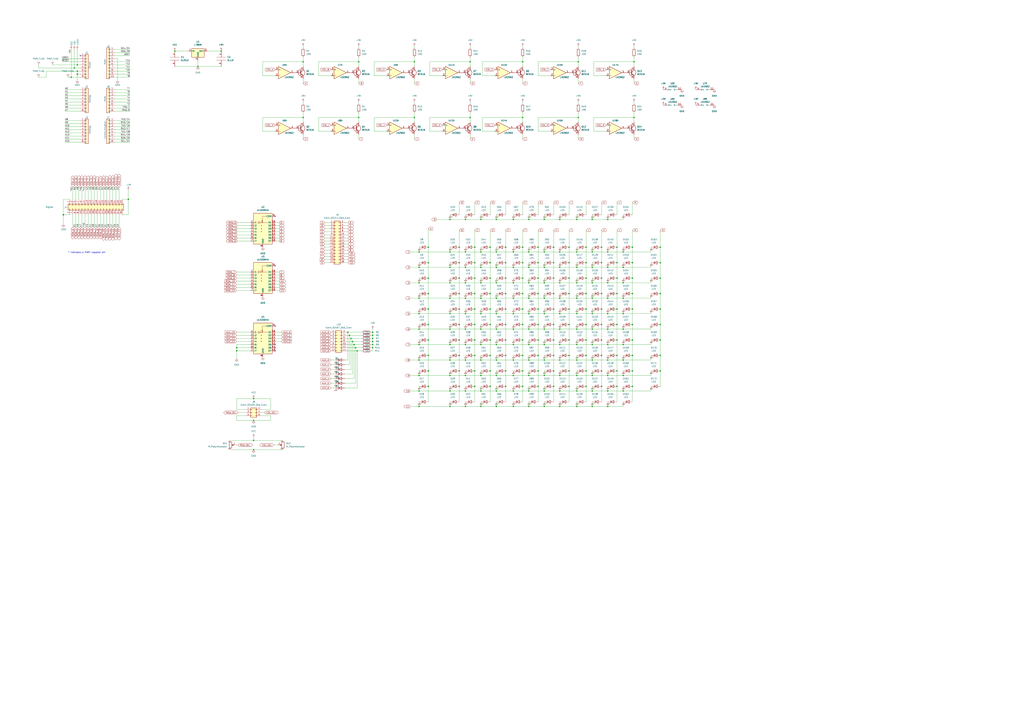
<source format=kicad_sch>
(kicad_sch (version 20211123) (generator eeschema)
  (paper "A1")
  (title_block (date "mar. 31 mars 2015"))
  (junction (at 499.11 180.34))
  (junction (at 402.59 279.4))
  (junction (at 421.64 270.51))
  (junction (at 542.29 215.9))
  (junction (at 474.98 50.8))
  (junction (at 459.74 308.61))
  (junction (at 369.57 308.61))
  (junction (at 486.41 180.34))
  (junction (at 467.36 304.8))
  (junction (at 447.04 232.41))
  (junction (at 511.81 207.01))
  (junction (at 382.27 245.11))
  (junction (at 369.57 219.71))
  (junction (at 499.11 321.31))
  (junction (at 421.64 321.31))
  (junction (at 394.97 334.01))
  (junction (at 288.29 278.13))
  (junction (at 421.64 257.81))
  (junction (at 429.26 292.1))
  (junction (at 415.29 292.1))
  (junction (at 494.03 304.8))
  (junction (at 486.41 334.01))
  (junction (at 481.33 292.1))
  (junction (at 447.04 283.21))
  (junction (at 459.74 321.31))
  (junction (at 434.34 334.01))
  (junction (at 344.17 270.51))
  (junction (at 52.07 176.53) (diameter 1.016))
  (junction (at 473.71 321.31))
  (junction (at 441.96 215.9))
  (junction (at 389.89 304.8))
  (junction (at 542.29 241.3))
  (junction (at 382.27 321.31))
  (junction (at 429.26 241.3))
  (junction (at 351.79 241.3))
  (junction (at 447.04 270.51))
  (junction (at 486.41 308.61))
  (junction (at 415.29 317.5))
  (junction (at 486.41 219.71))
  (junction (at 459.74 283.21))
  (junction (at 402.59 266.7))
  (junction (at 402.59 254))
  (junction (at 542.29 254))
  (junction (at 447.04 334.01))
  (junction (at 415.29 241.3))
  (junction (at 447.04 219.71))
  (junction (at 407.67 207.01))
  (junction (at 454.66 292.1))
  (junction (at 407.67 219.71))
  (junction (at 402.59 215.9))
  (junction (at 542.29 279.4))
  (junction (at 421.64 295.91))
  (junction (at 389.89 254))
  (junction (at 344.17 219.71))
  (junction (at 369.57 283.21))
  (junction (at 415.29 215.9))
  (junction (at 473.71 257.81))
  (junction (at 441.96 266.7))
  (junction (at 351.79 292.1))
  (junction (at 519.43 254))
  (junction (at 473.71 207.01))
  (junction (at 351.79 279.4))
  (junction (at 486.41 283.21))
  (junction (at 481.33 203.2))
  (junction (at 369.57 207.01))
  (junction (at 60.96 55.88))
  (junction (at 459.74 270.51))
  (junction (at 394.97 180.34))
  (junction (at 407.67 321.31))
  (junction (at 486.41 245.11))
  (junction (at 454.66 266.7))
  (junction (at 441.96 241.3))
  (junction (at 429.26 203.2))
  (junction (at 415.29 279.4))
  (junction (at 441.96 279.4))
  (junction (at 473.71 270.51))
  (junction (at 511.81 321.31))
  (junction (at 394.97 321.31))
  (junction (at 481.33 279.4))
  (junction (at 429.26 96.52))
  (junction (at 389.89 241.3))
  (junction (at 506.73 279.4))
  (junction (at 441.96 203.2))
  (junction (at 369.57 321.31))
  (junction (at 306.07 275.59))
  (junction (at 382.27 257.81))
  (junction (at 294.64 96.52))
  (junction (at 248.92 50.8))
  (junction (at 394.97 207.01))
  (junction (at 344.17 257.81))
  (junction (at 467.36 241.3))
  (junction (at 63.5 60.96) (diameter 1.016))
  (junction (at 494.03 228.6))
  (junction (at 520.7 96.52))
  (junction (at 369.57 334.01))
  (junction (at 542.29 292.1))
  (junction (at 421.64 308.61))
  (junction (at 382.27 232.41))
  (junction (at 344.17 207.01))
  (junction (at 407.67 232.41))
  (junction (at 162.56 54.61))
  (junction (at 382.27 207.01))
  (junction (at 447.04 207.01))
  (junction (at 473.71 245.11))
  (junction (at 447.04 180.34))
  (junction (at 519.43 292.1))
  (junction (at 459.74 257.81))
  (junction (at 467.36 203.2))
  (junction (at 511.81 270.51))
  (junction (at 542.29 203.2))
  (junction (at 407.67 283.21))
  (junction (at 377.19 254))
  (junction (at 473.71 308.61))
  (junction (at 429.26 266.7))
  (junction (at 473.71 295.91))
  (junction (at 434.34 245.11))
  (junction (at 382.27 283.21))
  (junction (at 421.64 283.21))
  (junction (at 143.51 41.91))
  (junction (at 486.41 232.41))
  (junction (at 494.03 292.1))
  (junction (at 486.41 207.01))
  (junction (at 292.1 285.75))
  (junction (at 499.11 207.01))
  (junction (at 486.41 321.31))
  (junction (at 394.97 283.21))
  (junction (at 351.79 317.5))
  (junction (at 306.07 280.67))
  (junction (at 415.29 203.2))
  (junction (at 519.43 317.5))
  (junction (at 434.34 270.51))
  (junction (at 421.64 207.01))
  (junction (at 519.43 241.3))
  (junction (at 441.96 317.5))
  (junction (at 306.07 283.21))
  (junction (at 474.98 96.52))
  (junction (at 415.29 254))
  (junction (at 402.59 292.1))
  (junction (at 473.71 334.01))
  (junction (at 386.08 50.8))
  (junction (at 441.96 292.1))
  (junction (at 499.11 232.41))
  (junction (at 511.81 219.71))
  (junction (at 407.67 295.91))
  (junction (at 494.03 254))
  (junction (at 434.34 283.21))
  (junction (at 434.34 180.34))
  (junction (at 285.75 273.05))
  (junction (at 506.73 304.8))
  (junction (at 415.29 228.6))
  (junction (at 394.97 295.91))
  (junction (at 369.57 270.51))
  (junction (at 344.17 308.61))
  (junction (at 351.79 254))
  (junction (at 447.04 245.11))
  (junction (at 194.31 288.29))
  (junction (at 511.81 295.91))
  (junction (at 499.11 245.11))
  (junction (at 369.57 257.81))
  (junction (at 459.74 207.01))
  (junction (at 542.29 228.6))
  (junction (at 421.64 334.01))
  (junction (at 481.33 228.6))
  (junction (at 382.27 334.01))
  (junction (at 473.71 219.71))
  (junction (at 542.29 266.7))
  (junction (at 248.92 96.52))
  (junction (at 306.07 285.75))
  (junction (at 377.19 241.3))
  (junction (at 369.57 245.11))
  (junction (at 454.66 254))
  (junction (at 434.34 232.41))
  (junction (at 340.36 96.52))
  (junction (at 447.04 257.81))
  (junction (at 421.64 232.41))
  (junction (at 421.64 219.71))
  (junction (at 499.11 295.91))
  (junction (at 58.42 63.5))
  (junction (at 208.28 361.95))
  (junction (at 481.33 254))
  (junction (at 407.67 334.01))
  (junction (at 473.71 180.34))
  (junction (at 289.56 280.67))
  (junction (at 506.73 228.6))
  (junction (at 499.11 257.81))
  (junction (at 481.33 317.5))
  (junction (at 429.26 304.8))
  (junction (at 402.59 304.8))
  (junction (at 407.67 308.61))
  (junction (at 454.66 279.4))
  (junction (at 519.43 304.8))
  (junction (at 519.43 279.4))
  (junction (at 467.36 292.1))
  (junction (at 407.67 257.81))
  (junction (at 481.33 266.7))
  (junction (at 441.96 254))
  (junction (at 511.81 257.81))
  (junction (at 344.17 334.01))
  (junction (at 369.57 295.91))
  (junction (at 519.43 215.9))
  (junction (at 494.03 215.9))
  (junction (at 389.89 203.2))
  (junction (at 290.83 283.21))
  (junction (at 447.04 295.91))
  (junction (at 459.74 245.11))
  (junction (at 421.64 180.34))
  (junction (at 434.34 257.81))
  (junction (at 447.04 308.61))
  (junction (at 499.11 334.01))
  (junction (at 181.61 41.91))
  (junction (at 506.73 266.7))
  (junction (at 499.11 270.51))
  (junction (at 389.89 317.5))
  (junction (at 481.33 304.8))
  (junction (at 434.34 308.61))
  (junction (at 429.26 215.9))
  (junction (at 389.89 292.1))
  (junction (at 499.11 308.61))
  (junction (at 377.19 266.7))
  (junction (at 467.36 266.7))
  (junction (at 506.73 254))
  (junction (at 506.73 215.9))
  (junction (at 402.59 241.3))
  (junction (at 486.41 295.91))
  (junction (at 382.27 308.61))
  (junction (at 434.34 321.31))
  (junction (at 494.03 317.5))
  (junction (at 459.74 232.41))
  (junction (at 494.03 203.2))
  (junction (at 377.19 215.9))
  (junction (at 63.5 58.42))
  (junction (at 382.27 180.34))
  (junction (at 208.28 369.57))
  (junction (at 467.36 228.6))
  (junction (at 293.37 288.29))
  (junction (at 494.03 241.3))
  (junction (at 454.66 203.2))
  (junction (at 389.89 215.9))
  (junction (at 467.36 254))
  (junction (at 294.64 50.8))
  (junction (at 344.17 245.11))
  (junction (at 459.74 334.01))
  (junction (at 459.74 219.71))
  (junction (at 454.66 228.6))
  (junction (at 389.89 266.7))
  (junction (at 467.36 215.9))
  (junction (at 459.74 295.91))
  (junction (at 434.34 295.91))
  (junction (at 459.74 180.34))
  (junction (at 344.17 295.91))
  (junction (at 389.89 279.4))
  (junction (at 377.19 279.4))
  (junction (at 382.27 219.71))
  (junction (at 306.07 278.13))
  (junction (at 467.36 279.4))
  (junction (at 407.67 180.34))
  (junction (at 447.04 321.31))
  (junction (at 429.26 279.4))
  (junction (at 208.28 345.44))
  (junction (at 429.26 50.8))
  (junction (at 473.71 232.41))
  (junction (at 382.27 295.91))
  (junction (at 344.17 232.41))
  (junction (at 481.33 215.9))
  (junction (at 494.03 266.7))
  (junction (at 506.73 292.1))
  (junction (at 63.5 53.34))
  (junction (at 369.57 232.41))
  (junction (at 494.03 279.4))
  (junction (at 344.17 283.21))
  (junction (at 377.19 203.2))
  (junction (at 351.79 203.2))
  (junction (at 377.19 292.1))
  (junction (at 481.33 241.3))
  (junction (at 429.26 317.5))
  (junction (at 394.97 257.81))
  (junction (at 454.66 317.5))
  (junction (at 394.97 308.61))
  (junction (at 351.79 266.7))
  (junction (at 506.73 317.5))
  (junction (at 429.26 228.6))
  (junction (at 351.79 304.8))
  (junction (at 344.17 321.31))
  (junction (at 340.36 50.8))
  (junction (at 208.28 327.66))
  (junction (at 306.07 273.05))
  (junction (at 429.26 254))
  (junction (at 520.7 50.8))
  (junction (at 499.11 283.21))
  (junction (at 394.97 270.51))
  (junction (at 287.02 275.59))
  (junction (at 351.79 215.9))
  (junction (at 506.73 241.3))
  (junction (at 467.36 317.5))
  (junction (at 511.81 283.21))
  (junction (at 402.59 228.6))
  (junction (at 499.11 219.71))
  (junction (at 542.29 304.8))
  (junction (at 519.43 203.2))
  (junction (at 454.66 304.8))
  (junction (at 382.27 270.51))
  (junction (at 441.96 228.6))
  (junction (at 389.89 228.6))
  (junction (at 407.67 245.11))
  (junction (at 511.81 245.11))
  (junction (at 421.64 245.11))
  (junction (at 519.43 228.6))
  (junction (at 486.41 270.51))
  (junction (at 402.59 203.2))
  (junction (at 415.29 304.8))
  (junction (at 519.43 266.7))
  (junction (at 377.19 317.5))
  (junction (at 351.79 228.6))
  (junction (at 434.34 207.01))
  (junction (at 473.71 283.21))
  (junction (at 454.66 215.9))
  (junction (at 506.73 203.2))
  (junction (at 105.41 163.83) (diameter 1.016))
  (junction (at 454.66 241.3))
  (junction (at 394.97 245.11))
  (junction (at 377.19 228.6))
  (junction (at 407.67 270.51))
  (junction (at 402.59 317.5))
  (junction (at 486.41 257.81))
  (junction (at 369.57 180.34))
  (junction (at 394.97 232.41))
  (junction (at 194.31 285.75))
  (junction (at 415.29 266.7))
  (junction (at 511.81 308.61))
  (junction (at 511.81 232.41))
  (junction (at 434.34 219.71))
  (junction (at 441.96 304.8))
  (junction (at 386.08 96.52))
  (junction (at 394.97 219.71))
  (junction (at 377.19 304.8))
  (no_connect (at 226.06 267.97))
  (no_connect (at 226.06 283.21))
  (no_connect (at 226.06 177.8))
  (no_connect (at 226.06 288.29))
  (no_connect (at 226.06 285.75))
  (no_connect (at 66.04 45.72))
  (no_connect (at 226.06 218.44))
  (wire (pts (xy 434.34 334.01) (xy 447.04 334.01)))
  (wire (pts (xy 93.98 91.44) (xy 106.68 91.44)))
  (wire (pts (xy 194.31 345.44) (xy 194.31 341.63)))
  (wire (pts (xy 344.17 266.7) (xy 344.17 270.51)))
  (wire (pts (xy 454.66 254) (xy 454.66 266.7)))
  (wire (pts (xy 447.04 330.2) (xy 447.04 334.01)))
  (wire (pts (xy 407.67 228.6) (xy 407.67 232.41)))
  (wire (pts (xy 353.06 62.23) (xy 353.06 50.8)))
  (wire (pts (xy 494.03 254) (xy 494.03 266.7)))
  (wire (pts (xy 459.74 219.71) (xy 473.71 219.71)))
  (wire (pts (xy 519.43 189.23) (xy 519.43 203.2)))
  (wire (pts (xy 459.74 304.8) (xy 459.74 308.61)))
  (wire (pts (xy 208.28 361.95) (xy 208.28 359.41)))
  (wire (pts (xy 358.14 180.34) (xy 369.57 180.34)))
  (wire (pts (xy 369.57 180.34) (xy 382.27 180.34)))
  (wire (pts (xy 511.81 304.8) (xy 511.81 308.61)))
  (wire (pts (xy 226.06 228.6) (xy 229.87 228.6)))
  (wire (pts (xy 53.34 91.44) (xy 66.04 91.44)))
  (wire (pts (xy 283.21 208.28) (xy 285.75 208.28)))
  (wire (pts (xy 415.29 166.37) (xy 415.29 176.53)))
  (wire (pts (xy 307.34 62.23) (xy 307.34 50.8)))
  (wire (pts (xy 93.98 58.42) (xy 106.68 58.42)))
  (wire (pts (xy 377.19 228.6) (xy 377.19 241.3)))
  (wire (pts (xy 306.07 278.13) (xy 306.07 275.59)))
  (wire (pts (xy 473.71 176.53) (xy 473.71 180.34)))
  (wire (pts (xy 74.93 153.67) (xy 74.93 163.83)))
  (wire (pts (xy 499.11 283.21) (xy 511.81 283.21)))
  (wire (pts (xy 194.31 223.52) (xy 205.74 223.52)))
  (wire (pts (xy 511.81 330.2) (xy 511.81 334.01)))
  (wire (pts (xy 441.96 254) (xy 441.96 266.7)))
  (wire (pts (xy 369.57 219.71) (xy 382.27 219.71)))
  (wire (pts (xy 344.17 203.2) (xy 344.17 207.01)))
  (wire (pts (xy 534.67 266.7) (xy 534.67 270.51)))
  (wire (pts (xy 208.28 327.66) (xy 222.25 327.66)))
  (wire (pts (xy 499.11 232.41) (xy 511.81 232.41)))
  (wire (pts (xy 459.74 308.61) (xy 473.71 308.61)))
  (wire (pts (xy 369.57 283.21) (xy 382.27 283.21)))
  (wire (pts (xy 421.64 219.71) (xy 434.34 219.71)))
  (wire (pts (xy 283.21 187.96) (xy 285.75 187.96)))
  (wire (pts (xy 93.98 40.64) (xy 106.68 40.64)))
  (wire (pts (xy 494.03 203.2) (xy 494.03 215.9)))
  (wire (pts (xy 351.79 254) (xy 351.79 266.7)))
  (wire (pts (xy 459.74 321.31) (xy 473.71 321.31)))
  (wire (pts (xy 336.55 219.71) (xy 344.17 219.71)))
  (wire (pts (xy 363.22 107.95) (xy 353.06 107.95)))
  (wire (pts (xy 77.47 153.67) (xy 77.47 163.83)))
  (wire (pts (xy 382.27 334.01) (xy 394.97 334.01)))
  (wire (pts (xy 336.55 283.21) (xy 344.17 283.21)))
  (wire (pts (xy 283.21 205.74) (xy 285.75 205.74)))
  (wire (pts (xy 429.26 266.7) (xy 429.26 279.4)))
  (wire (pts (xy 534.67 292.1) (xy 534.67 295.91)))
  (wire (pts (xy 406.4 62.23) (xy 396.24 62.23)))
  (wire (pts (xy 105.41 163.83) (xy 105.41 176.53)))
  (wire (pts (xy 473.71 295.91) (xy 486.41 295.91)))
  (wire (pts (xy 434.34 270.51) (xy 447.04 270.51)))
  (wire (pts (xy 407.67 321.31) (xy 421.64 321.31)))
  (wire (pts (xy 415.29 304.8) (xy 415.29 317.5)))
  (wire (pts (xy 447.04 241.3) (xy 447.04 245.11)))
  (wire (pts (xy 344.17 330.2) (xy 344.17 334.01)))
  (wire (pts (xy 511.81 270.51) (xy 534.67 270.51)))
  (wire (pts (xy 407.67 245.11) (xy 421.64 245.11)))
  (wire (pts (xy 499.11 228.6) (xy 499.11 232.41)))
  (wire (pts (xy 511.81 279.4) (xy 511.81 283.21)))
  (wire (pts (xy 429.26 39.37) (xy 429.26 38.1)))
  (wire (pts (xy 421.64 279.4) (xy 421.64 283.21)))
  (wire (pts (xy 402.59 292.1) (xy 402.59 304.8)))
  (wire (pts (xy 494.03 215.9) (xy 494.03 228.6)))
  (wire (pts (xy 214.63 339.09) (xy 217.17 339.09)))
  (wire (pts (xy 194.31 283.21) (xy 194.31 285.75)))
  (wire (pts (xy 494.03 266.7) (xy 494.03 279.4)))
  (wire (pts (xy 467.36 266.7) (xy 467.36 279.4)))
  (wire (pts (xy 459.74 203.2) (xy 459.74 207.01)))
  (wire (pts (xy 307.34 96.52) (xy 340.36 96.52)))
  (wire (pts (xy 57.15 163.83) (xy 52.07 163.83)))
  (wire (pts (xy 194.31 288.29) (xy 194.31 294.64)))
  (wire (pts (xy 396.24 50.8) (xy 429.26 50.8)))
  (wire (pts (xy 459.74 241.3) (xy 459.74 245.11)))
  (wire (pts (xy 434.34 254) (xy 434.34 257.81)))
  (wire (pts (xy 294.64 39.37) (xy 294.64 38.1)))
  (wire (pts (xy 421.64 245.11) (xy 434.34 245.11)))
  (wire (pts (xy 226.06 226.06) (xy 229.87 226.06)))
  (wire (pts (xy 294.64 96.52) (xy 294.64 100.33)))
  (wire (pts (xy 93.98 104.14) (xy 106.68 104.14)))
  (wire (pts (xy 63.5 58.42) (xy 63.5 60.96)))
  (wire (pts (xy 215.9 50.8) (xy 248.92 50.8)))
  (wire (pts (xy 288.29 278.13) (xy 284.48 278.13)))
  (wire (pts (xy 481.33 279.4) (xy 481.33 292.1)))
  (wire (pts (xy 481.33 228.6) (xy 481.33 241.3)))
  (wire (pts (xy 467.36 292.1) (xy 467.36 304.8)))
  (wire (pts (xy 511.81 254) (xy 511.81 257.81)))
  (wire (pts (xy 447.04 279.4) (xy 447.04 283.21)))
  (wire (pts (xy 434.34 215.9) (xy 434.34 219.71)))
  (wire (pts (xy 215.9 62.23) (xy 215.9 50.8)))
  (wire (pts (xy 511.81 228.6) (xy 511.81 232.41)))
  (wire (pts (xy 43.18 53.34) (xy 63.5 53.34)))
  (wire (pts (xy 194.31 285.75) (xy 194.31 288.29)))
  (wire (pts (xy 80.01 176.53) (xy 80.01 186.69)))
  (wire (pts (xy 53.34 86.36) (xy 66.04 86.36)))
  (wire (pts (xy 421.64 257.81) (xy 434.34 257.81)))
  (wire (pts (xy 429.26 254) (xy 429.26 266.7)))
  (wire (pts (xy 394.97 270.51) (xy 407.67 270.51)))
  (wire (pts (xy 542.29 304.8) (xy 542.29 317.5)))
  (wire (pts (xy 421.64 330.2) (xy 421.64 334.01)))
  (wire (pts (xy 351.79 228.6) (xy 351.79 241.3)))
  (wire (pts (xy 407.67 180.34) (xy 421.64 180.34)))
  (wire (pts (xy 294.64 50.8) (xy 294.64 54.61)))
  (wire (pts (xy 486.41 270.51) (xy 499.11 270.51)))
  (wire (pts (xy 421.64 207.01) (xy 434.34 207.01)))
  (wire (pts (xy 293.37 318.77) (xy 283.21 318.77)))
  (wire (pts (xy 369.57 292.1) (xy 369.57 295.91)))
  (wire (pts (xy 369.57 241.3) (xy 369.57 245.11)))
  (wire (pts (xy 226.06 193.04) (xy 229.87 193.04)))
  (wire (pts (xy 429.26 110.49) (xy 429.26 114.3)))
  (wire (pts (xy 85.09 153.67) (xy 85.09 163.83)))
  (wire (pts (xy 402.59 203.2) (xy 402.59 215.9)))
  (wire (pts (xy 429.26 92.71) (xy 429.26 96.52)))
  (wire (pts (xy 394.97 321.31) (xy 407.67 321.31)))
  (wire (pts (xy 283.21 200.66) (xy 285.75 200.66)))
  (wire (pts (xy 62.23 153.67) (xy 62.23 163.83)))
  (wire (pts (xy 97.79 153.67) (xy 97.79 163.83)))
  (wire (pts (xy 344.17 295.91) (xy 369.57 295.91)))
  (wire (pts (xy 266.7 208.28) (xy 270.51 208.28)))
  (wire (pts (xy 194.31 285.75) (xy 205.74 285.75)))
  (wire (pts (xy 511.81 219.71) (xy 534.67 219.71)))
  (wire (pts (xy 266.7 203.2) (xy 270.51 203.2)))
  (wire (pts (xy 266.7 190.5) (xy 270.51 190.5)))
  (wire (pts (xy 407.67 207.01) (xy 421.64 207.01)))
  (wire (pts (xy 534.67 215.9) (xy 534.67 219.71)))
  (wire (pts (xy 519.43 266.7) (xy 519.43 279.4)))
  (wire (pts (xy 481.33 241.3) (xy 481.33 254)))
  (wire (pts (xy 421.64 283.21) (xy 434.34 283.21)))
  (wire (pts (xy 481.33 292.1) (xy 481.33 304.8)))
  (wire (pts (xy 297.18 283.21) (xy 290.83 283.21)))
  (wire (pts (xy 344.17 279.4) (xy 344.17 283.21)))
  (wire (pts (xy 248.92 85.09) (xy 248.92 83.82)))
  (wire (pts (xy 389.89 254) (xy 389.89 266.7)))
  (wire (pts (xy 369.57 270.51) (xy 382.27 270.51)))
  (wire (pts (xy 421.64 203.2) (xy 421.64 207.01)))
  (wire (pts (xy 344.17 283.21) (xy 369.57 283.21)))
  (wire (pts (xy 459.74 215.9) (xy 459.74 219.71)))
  (wire (pts (xy 195.58 339.09) (xy 201.93 339.09)))
  (wire (pts (xy 407.67 257.81) (xy 421.64 257.81)))
  (wire (pts (xy 63.5 60.96) (xy 63.5 66.04)))
  (wire (pts (xy 336.55 270.51) (xy 344.17 270.51)))
  (wire (pts (xy 506.73 189.23) (xy 506.73 203.2)))
  (wire (pts (xy 382.27 317.5) (xy 382.27 321.31)))
  (wire (pts (xy 369.57 203.2) (xy 369.57 207.01)))
  (wire (pts (xy 441.96 266.7) (xy 441.96 279.4)))
  (wire (pts (xy 382.27 295.91) (xy 394.97 295.91)))
  (wire (pts (xy 486.41 266.7) (xy 486.41 270.51)))
  (wire (pts (xy 487.68 107.95) (xy 487.68 96.52)))
  (wire (pts (xy 92.71 176.53) (xy 92.71 186.69)))
  (wire (pts (xy 434.34 228.6) (xy 434.34 232.41)))
  (wire (pts (xy 285.75 273.05) (xy 285.75 295.91)))
  (wire (pts (xy 266.7 185.42) (xy 270.51 185.42)))
  (wire (pts (xy 447.04 270.51) (xy 459.74 270.51)))
  (wire (pts (xy 307.34 50.8) (xy 340.36 50.8)))
  (wire (pts (xy 63.5 53.34) (xy 66.04 53.34)))
  (wire (pts (xy 421.64 215.9) (xy 421.64 219.71)))
  (wire (pts (xy 72.39 153.67) (xy 72.39 163.83)))
  (wire (pts (xy 486.41 279.4) (xy 486.41 283.21)))
  (wire (pts (xy 389.89 228.6) (xy 389.89 241.3)))
  (wire (pts (xy 382.27 292.1) (xy 382.27 295.91)))
  (wire (pts (xy 429.26 228.6) (xy 429.26 241.3)))
  (wire (pts (xy 481.33 215.9) (xy 481.33 228.6)))
  (wire (pts (xy 459.74 245.11) (xy 473.71 245.11)))
  (wire (pts (xy 369.57 321.31) (xy 382.27 321.31)))
  (wire (pts (xy 60.96 55.88) (xy 66.04 55.88)))
  (wire (pts (xy 487.68 50.8) (xy 520.7 50.8)))
  (wire (pts (xy 226.06 233.68) (xy 229.87 233.68)))
  (wire (pts (xy 261.62 50.8) (xy 294.64 50.8)))
  (wire (pts (xy 82.55 176.53) (xy 82.55 186.69)))
  (wire (pts (xy 499.11 203.2) (xy 499.11 207.01)))
  (wire (pts (xy 473.71 245.11) (xy 486.41 245.11)))
  (wire (pts (xy 421.64 254) (xy 421.64 257.81)))
  (wire (pts (xy 369.57 295.91) (xy 382.27 295.91)))
  (wire (pts (xy 226.06 187.96) (xy 229.87 187.96)))
  (wire (pts (xy 402.59 166.37) (xy 402.59 176.53)))
  (wire (pts (xy 429.26 46.99) (xy 429.26 50.8)))
  (wire (pts (xy 363.22 62.23) (xy 353.06 62.23)))
  (wire (pts (xy 519.43 254) (xy 519.43 266.7)))
  (wire (pts (xy 290.83 283.21) (xy 290.83 311.15)))
  (wire (pts (xy 377.19 215.9) (xy 377.19 228.6)))
  (wire (pts (xy 542.29 228.6) (xy 542.29 241.3)))
  (wire (pts (xy 344.17 228.6) (xy 344.17 232.41)))
  (wire (pts (xy 382.27 330.2) (xy 382.27 334.01)))
  (wire (pts (xy 289.56 280.67) (xy 284.48 280.67)))
  (wire (pts (xy 473.71 254) (xy 473.71 257.81)))
  (wire (pts (xy 304.8 275.59) (xy 306.07 275.59)))
  (wire (pts (xy 494.03 241.3) (xy 494.03 254)))
  (wire (pts (xy 520.7 46.99) (xy 520.7 50.8)))
  (wire (pts (xy 53.34 116.84) (xy 66.04 116.84)))
  (wire (pts (xy 421.64 321.31) (xy 434.34 321.31)))
  (wire (pts (xy 351.79 304.8) (xy 351.79 317.5)))
  (wire (pts (xy 67.31 176.53) (xy 67.31 186.69)))
  (wire (pts (xy 499.11 321.31) (xy 511.81 321.31)))
  (wire (pts (xy 511.81 321.31) (xy 534.67 321.31)))
  (wire (pts (xy 90.17 176.53) (xy 90.17 186.69)))
  (wire (pts (xy 511.81 266.7) (xy 511.81 270.51)))
  (wire (pts (xy 506.73 292.1) (xy 506.73 304.8)))
  (wire (pts (xy 447.04 219.71) (xy 459.74 219.71)))
  (wire (pts (xy 351.79 266.7) (xy 351.79 279.4)))
  (wire (pts (xy 402.59 304.8) (xy 402.59 317.5)))
  (wire (pts (xy 520.7 92.71) (xy 520.7 96.52)))
  (wire (pts (xy 494.03 292.1) (xy 494.03 304.8)))
  (wire (pts (xy 189.23 361.95) (xy 208.28 361.95)))
  (wire (pts (xy 283.21 210.82) (xy 285.75 210.82)))
  (wire (pts (xy 394.97 245.11) (xy 407.67 245.11)))
  (wire (pts (xy 534.67 279.4) (xy 534.67 283.21)))
  (wire (pts (xy 494.03 189.23) (xy 494.03 203.2)))
  (wire (pts (xy 336.55 295.91) (xy 344.17 295.91)))
  (wire (pts (xy 486.41 203.2) (xy 486.41 207.01)))
  (wire (pts (xy 369.57 279.4) (xy 369.57 283.21)))
  (wire (pts (xy 452.12 107.95) (xy 441.96 107.95)))
  (wire (pts (xy 534.67 254) (xy 534.67 257.81)))
  (wire (pts (xy 429.26 166.37) (xy 429.26 176.53)))
  (wire (pts (xy 511.81 283.21) (xy 534.67 283.21)))
  (wire (pts (xy 459.74 254) (xy 459.74 257.81)))
  (wire (pts (xy 506.73 228.6) (xy 506.73 241.3)))
  (wire (pts (xy 473.71 334.01) (xy 486.41 334.01)))
  (wire (pts (xy 304.8 273.05) (xy 306.07 273.05)))
  (wire (pts (xy 519.43 279.4) (xy 519.43 292.1)))
  (wire (pts (xy 93.98 50.8) (xy 106.68 50.8)))
  (wire (pts (xy 429.26 279.4) (xy 429.26 292.1)))
  (wire (pts (xy 304.8 288.29) (xy 306.07 288.29)))
  (wire (pts (xy 344.17 270.51) (xy 369.57 270.51)))
  (wire (pts (xy 429.26 64.77) (xy 429.26 68.58)))
  (wire (pts (xy 63.5 40.64) (xy 63.5 53.34)))
  (wire (pts (xy 194.31 182.88) (xy 205.74 182.88)))
  (wire (pts (xy 93.98 73.66) (xy 106.68 73.66)))
  (wire (pts (xy 447.04 321.31) (xy 459.74 321.31)))
  (wire (pts (xy 344.17 219.71) (xy 369.57 219.71)))
  (wire (pts (xy 494.03 317.5) (xy 494.03 330.2)))
  (wire (pts (xy 506.73 215.9) (xy 506.73 228.6)))
  (wire (pts (xy 520.7 85.09) (xy 520.7 83.82)))
  (wire (pts (xy 415.29 189.23) (xy 415.29 203.2)))
  (wire (pts (xy 486.41 295.91) (xy 499.11 295.91)))
  (wire (pts (xy 511.81 241.3) (xy 511.81 245.11)))
  (wire (pts (xy 194.31 231.14) (xy 205.74 231.14)))
  (wire (pts (xy 441.96 215.9) (xy 441.96 228.6)))
  (wire (pts (xy 66.04 73.66) (xy 53.34 73.66)))
  (wire (pts (xy 481.33 166.37) (xy 481.33 176.53)))
  (wire (pts (xy 351.79 279.4) (xy 351.79 292.1)))
  (wire (pts (xy 402.59 189.23) (xy 402.59 203.2)))
  (wire (pts (xy 499.11 295.91) (xy 511.81 295.91)))
  (wire (pts (xy 93.98 53.34) (xy 106.68 53.34)))
  (wire (pts (xy 194.31 278.13) (xy 205.74 278.13)))
  (wire (pts (xy 382.27 304.8) (xy 382.27 308.61)))
  (wire (pts (xy 66.04 114.3) (xy 53.34 114.3)))
  (wire (pts (xy 394.97 283.21) (xy 407.67 283.21)))
  (wire (pts (xy 394.97 266.7) (xy 394.97 270.51)))
  (wire (pts (xy 261.62 107.95) (xy 261.62 96.52)))
  (wire (pts (xy 447.04 334.01) (xy 459.74 334.01)))
  (wire (pts (xy 194.31 238.76) (xy 205.74 238.76)))
  (wire (pts (xy 497.84 62.23) (xy 487.68 62.23)))
  (wire (pts (xy 389.89 189.23) (xy 389.89 203.2)))
  (wire (pts (xy 369.57 207.01) (xy 382.27 207.01)))
  (wire (pts (xy 266.7 198.12) (xy 270.51 198.12)))
  (wire (pts (xy 344.17 334.01) (xy 369.57 334.01)))
  (wire (pts (xy 344.17 304.8) (xy 344.17 308.61)))
  (wire (pts (xy 499.11 176.53) (xy 499.11 180.34)))
  (wire (pts (xy 454.66 317.5) (xy 454.66 330.2)))
  (wire (pts (xy 382.27 270.51) (xy 394.97 270.51)))
  (wire (pts (xy 481.33 266.7) (xy 481.33 279.4)))
  (wire (pts (xy 93.98 76.2) (xy 106.68 76.2)))
  (wire (pts (xy 394.97 330.2) (xy 394.97 334.01)))
  (wire (pts (xy 340.36 64.77) (xy 340.36 68.58)))
  (wire (pts (xy 394.97 232.41) (xy 407.67 232.41)))
  (wire (pts (xy 283.21 190.5) (xy 285.75 190.5)))
  (wire (pts (xy 511.81 232.41) (xy 534.67 232.41)))
  (wire (pts (xy 386.08 50.8) (xy 386.08 54.61)))
  (wire (pts (xy 394.97 219.71) (xy 407.67 219.71)))
  (wire (pts (xy 369.57 245.11) (xy 382.27 245.11)))
  (wire (pts (xy 473.71 330.2) (xy 473.71 334.01)))
  (wire (pts (xy 293.37 288.29) (xy 293.37 318.77)))
  (wire (pts (xy 271.78 314.96) (xy 275.59 314.96)))
  (wire (pts (xy 389.89 241.3) (xy 389.89 254)))
  (wire (pts (xy 266.7 210.82) (xy 270.51 210.82)))
  (wire (pts (xy 266.7 195.58) (xy 270.51 195.58)))
  (wire (pts (xy 93.98 111.76) (xy 106.68 111.76)))
  (wire (pts (xy 499.11 266.7) (xy 499.11 270.51)))
  (wire (pts (xy 261.62 62.23) (xy 261.62 50.8)))
  (wire (pts (xy 459.74 257.81) (xy 473.71 257.81)))
  (wire (pts (xy 407.67 308.61) (xy 421.64 308.61)))
  (wire (pts (xy 317.5 62.23) (xy 307.34 62.23)))
  (wire (pts (xy 421.64 176.53) (xy 421.64 180.34)))
  (wire (pts (xy 226.06 280.67) (xy 231.14 280.67)))
  (wire (pts (xy 441.96 304.8) (xy 441.96 317.5)))
  (wire (pts (xy 486.41 245.11) (xy 499.11 245.11)))
  (wire (pts (xy 486.41 317.5) (xy 486.41 321.31)))
  (wire (pts (xy 194.31 341.63) (xy 201.93 341.63)))
  (wire (pts (xy 519.43 215.9) (xy 519.43 228.6)))
  (wire (pts (xy 473.71 321.31) (xy 486.41 321.31)))
  (wire (pts (xy 382.27 207.01) (xy 394.97 207.01)))
  (wire (pts (xy 340.36 46.99) (xy 340.36 50.8)))
  (wire (pts (xy 344.17 241.3) (xy 344.17 245.11)))
  (wire (pts (xy 389.89 166.37) (xy 389.89 176.53)))
  (wire (pts (xy 306.07 288.29) (xy 306.07 285.75)))
  (wire (pts (xy 271.78 303.53) (xy 275.59 303.53)))
  (wire (pts (xy 82.55 153.67) (xy 82.55 163.83)))
  (wire (pts (xy 208.28 345.44) (xy 194.31 345.44)))
  (wire (pts (xy 421.64 334.01) (xy 434.34 334.01)))
  (wire (pts (xy 499.11 219.71) (xy 511.81 219.71)))
  (wire (pts (xy 306.07 280.67) (xy 306.07 278.13)))
  (wire (pts (xy 162.56 49.53) (xy 162.56 54.61)))
  (wire (pts (xy 474.98 64.77) (xy 474.98 68.58)))
  (wire (pts (xy 52.07 163.83) (xy 52.07 176.53)))
  (wire (pts (xy 486.41 228.6) (xy 486.41 232.41)))
  (wire (pts (xy 297.18 275.59) (xy 287.02 275.59)))
  (wire (pts (xy 336.55 321.31) (xy 344.17 321.31)))
  (wire (pts (xy 271.78 299.72) (xy 275.59 299.72)))
  (wire (pts (xy 407.67 232.41) (xy 421.64 232.41)))
  (wire (pts (xy 382.27 228.6) (xy 382.27 232.41)))
  (wire (pts (xy 67.31 153.67) (xy 67.31 163.83)))
  (wire (pts (xy 499.11 334.01) (xy 511.81 334.01)))
  (wire (pts (xy 377.19 189.23) (xy 377.19 203.2)))
  (wire (pts (xy 57.15 176.53) (xy 52.07 176.53)))
  (wire (pts (xy 266.7 215.9) (xy 270.51 215.9)))
  (wire (pts (xy 336.55 245.11) (xy 344.17 245.11)))
  (wire (pts (xy 340.36 85.09) (xy 340.36 83.82)))
  (wire (pts (xy 284.48 273.05) (xy 285.75 273.05)))
  (wire (pts (xy 542.29 203.2) (xy 542.29 215.9)))
  (wire (pts (xy 287.02 299.72) (xy 283.21 299.72)))
  (wire (pts (xy 402.59 215.9) (xy 402.59 228.6)))
  (wire (pts (xy 386.08 96.52) (xy 386.08 100.33)))
  (wire (pts (xy 382.27 254) (xy 382.27 257.81)))
  (wire (pts (xy 396.24 62.23) (xy 396.24 50.8)))
  (wire (pts (xy 434.34 257.81) (xy 447.04 257.81)))
  (wire (pts (xy 454.66 215.9) (xy 454.66 228.6)))
  (wire (pts (xy 351.79 203.2) (xy 351.79 215.9)))
  (wire (pts (xy 382.27 219.71) (xy 394.97 219.71)))
  (wire (pts (xy 421.64 266.7) (xy 421.64 270.51)))
  (wire (pts (xy 93.98 60.96) (xy 106.68 60.96)))
  (wire (pts (xy 402.59 266.7) (xy 402.59 279.4)))
  (wire (pts (xy 90.17 153.67) (xy 90.17 163.83)))
  (wire (pts (xy 353.06 96.52) (xy 386.08 96.52)))
  (wire (pts (xy 481.33 254) (xy 481.33 266.7)))
  (wire (pts (xy 499.11 304.8) (xy 499.11 308.61)))
  (wire (pts (xy 473.71 232.41) (xy 486.41 232.41)))
  (wire (pts (xy 261.62 96.52) (xy 294.64 96.52)))
  (wire (pts (xy 481.33 189.23) (xy 481.33 203.2)))
  (wire (pts (xy 382.27 241.3) (xy 382.27 245.11)))
  (wire (pts (xy 340.36 39.37) (xy 340.36 38.1)))
  (wire (pts (xy 386.08 110.49) (xy 386.08 114.3)))
  (wire (pts (xy 486.41 254) (xy 486.41 257.81)))
  (wire (pts (xy 474.98 92.71) (xy 474.98 96.52)))
  (wire (pts (xy 459.74 317.5) (xy 459.74 321.31)))
  (wire (pts (xy 511.81 203.2) (xy 511.81 207.01)))
  (wire (pts (xy 407.67 203.2) (xy 407.67 207.01)))
  (wire (pts (xy 353.06 50.8) (xy 386.08 50.8)))
  (wire (pts (xy 499.11 317.5) (xy 499.11 321.31)))
  (wire (pts (xy 473.71 266.7) (xy 473.71 270.51)))
  (wire (pts (xy 87.63 153.67) (xy 87.63 163.83)))
  (wire (pts (xy 447.04 257.81) (xy 459.74 257.81)))
  (wire (pts (xy 69.85 176.53) (xy 69.85 186.69)))
  (wire (pts (xy 87.63 176.53) (xy 87.63 186.69)))
  (wire (pts (xy 394.97 180.34) (xy 407.67 180.34)))
  (wire (pts (xy 64.77 176.53) (xy 64.77 186.69)))
  (wire (pts (xy 95.25 153.67) (xy 95.25 163.83)))
  (wire (pts (xy 421.64 180.34) (xy 434.34 180.34)))
  (wire (pts (xy 520.7 50.8) (xy 520.7 54.61)))
  (wire (pts (xy 487.68 96.52) (xy 520.7 96.52)))
  (wire (pts (xy 306.07 285.75) (xy 306.07 283.21)))
  (wire (pts (xy 447.04 215.9) (xy 447.04 219.71)))
  (wire (pts (xy 266.7 187.96) (xy 270.51 187.96)))
  (wire (pts (xy 447.04 292.1) (xy 447.04 295.91)))
  (wire (pts (xy 93.98 81.28) (xy 106.68 81.28)))
  (wire (pts (xy 407.67 219.71) (xy 421.64 219.71)))
  (wire (pts (xy 394.97 215.9) (xy 394.97 219.71)))
  (wire (pts (xy 215.9 96.52) (xy 248.92 96.52)))
  (wire (pts (xy 473.71 228.6) (xy 473.71 232.41)))
  (wire (pts (xy 486.41 241.3) (xy 486.41 245.11)))
  (wire (pts (xy 434.34 308.61) (xy 447.04 308.61)))
  (wire (pts (xy 473.71 219.71) (xy 486.41 219.71)))
  (wire (pts (xy 208.28 345.44) (xy 222.25 345.44)))
  (wire (pts (xy 377.19 317.5) (xy 377.19 330.2)))
  (wire (pts (xy 74.93 176.53) (xy 74.93 186.69)))
  (wire (pts (xy 288.29 303.53) (xy 283.21 303.53)))
  (wire (pts (xy 506.73 254) (xy 506.73 266.7)))
  (wire (pts (xy 467.36 241.3) (xy 467.36 254)))
  (wire (pts (xy 542.29 189.23) (xy 542.29 203.2)))
  (wire (pts (xy 434.34 295.91) (xy 447.04 295.91)))
  (wire (pts (xy 415.29 228.6) (xy 415.29 241.3)))
  (wire (pts (xy 447.04 176.53) (xy 447.04 180.34)))
  (wire (pts (xy 222.25 341.63) (xy 214.63 341.63)))
  (wire (pts (xy 421.64 241.3) (xy 421.64 245.11)))
  (wire (pts (xy 69.85 153.67) (xy 69.85 163.83)))
  (wire (pts (xy 534.67 304.8) (xy 534.67 308.61)))
  (wire (pts (xy 386.08 46.99) (xy 386.08 50.8)))
  (wire (pts (xy 340.36 50.8) (xy 340.36 54.61)))
  (wire (pts (xy 304.8 283.21) (xy 306.07 283.21)))
  (wire (pts (xy 519.43 241.3) (xy 519.43 254)))
  (wire (pts (xy 386.08 64.77) (xy 386.08 68.58)))
  (wire (pts (xy 50.8 48.26) (xy 66.04 48.26)))
  (wire (pts (xy 396.24 107.95) (xy 396.24 96.52)))
  (wire (pts (xy 459.74 232.41) (xy 473.71 232.41)))
  (wire (pts (xy 415.29 317.5) (xy 415.29 330.2)))
  (wire (pts (xy 382.27 283.21) (xy 394.97 283.21)))
  (wire (pts (xy 421.64 232.41) (xy 434.34 232.41)))
  (wire (pts (xy 454.66 166.37) (xy 454.66 176.53)))
  (wire (pts (xy 271.78 107.95) (xy 261.62 107.95)))
  (wire (pts (xy 369.57 228.6) (xy 369.57 232.41)))
  (wire (pts (xy 473.71 203.2) (xy 473.71 207.01)))
  (wire (pts (xy 394.97 254) (xy 394.97 257.81)))
  (wire (pts (xy 317.5 107.95) (xy 307.34 107.95)))
  (wire (pts (xy 407.67 279.4) (xy 407.67 283.21)))
  (wire (pts (xy 499.11 257.81) (xy 511.81 257.81)))
  (wire (pts (xy 447.04 317.5) (xy 447.04 321.31)))
  (wire (pts (xy 434.34 330.2) (xy 434.34 334.01)))
  (wire (pts (xy 497.84 107.95) (xy 487.68 107.95)))
  (wire (pts (xy 382.27 180.34) (xy 394.97 180.34)))
  (wire (pts (xy 511.81 292.1) (xy 511.81 295.91)))
  (wire (pts (xy 494.03 166.37) (xy 494.03 176.53)))
  (wire (pts (xy 534.67 241.3) (xy 534.67 245.11)))
  (wire (pts (xy 353.06 107.95) (xy 353.06 96.52)))
  (wire (pts (xy 499.11 308.61) (xy 511.81 308.61)))
  (wire (pts (xy 519.43 228.6) (xy 519.43 241.3)))
  (wire (pts (xy 474.98 46.99) (xy 474.98 50.8)))
  (wire (pts (xy 369.57 308.61) (xy 382.27 308.61)))
  (wire (pts (xy 369.57 232.41) (xy 382.27 232.41)))
  (wire (pts (xy 194.31 195.58) (xy 205.74 195.58)))
  (wire (pts (xy 294.64 110.49) (xy 294.64 114.3)))
  (wire (pts (xy 369.57 334.01) (xy 382.27 334.01)))
  (wire (pts (xy 382.27 266.7) (xy 382.27 270.51)))
  (wire (pts (xy 421.64 228.6) (xy 421.64 232.41)))
  (wire (pts (xy 494.03 304.8) (xy 494.03 317.5)))
  (wire (pts (xy 429.26 85.09) (xy 429.26 83.82)))
  (wire (pts (xy 194.31 226.06) (xy 205.74 226.06)))
  (wire (pts (xy 441.96 107.95) (xy 441.96 96.52)))
  (wire (pts (xy 473.71 292.1) (xy 473.71 295.91)))
  (wire (pts (xy 407.67 176.53) (xy 407.67 180.34)))
  (wire (pts (xy 283.21 182.88) (xy 285.75 182.88)))
  (wire (pts (xy 486.41 176.53) (xy 486.41 180.34)))
  (wire (pts (xy 511.81 207.01) (xy 534.67 207.01)))
  (wire (pts (xy 421.64 308.61) (xy 434.34 308.61)))
  (wire (pts (xy 542.29 215.9) (xy 542.29 228.6)))
  (wire (pts (xy 93.98 101.6) (xy 106.68 101.6)))
  (wire (pts (xy 459.74 330.2) (xy 459.74 334.01)))
  (wire (pts (xy 105.41 156.21) (xy 105.41 163.83)))
  (wire (pts (xy 340.36 96.52) (xy 340.36 100.33)))
  (wire (pts (xy 344.17 215.9) (xy 344.17 219.71)))
  (wire (pts (xy 429.26 304.8) (xy 429.26 317.5)))
  (wire (pts (xy 459.74 279.4) (xy 459.74 283.21)))
  (wire (pts (xy 511.81 295.91) (xy 534.67 295.91)))
  (wire (pts (xy 499.11 330.2) (xy 499.11 334.01)))
  (wire (pts (xy 55.88 63.5) (xy 58.42 63.5)))
  (wire (pts (xy 271.78 295.91) (xy 275.59 295.91)))
  (wire (pts (xy 441.96 279.4) (xy 441.96 292.1)))
  (wire (pts (xy 194.31 288.29) (xy 205.74 288.29)))
  (wire (pts (xy 369.57 215.9) (xy 369.57 219.71)))
  (wire (pts (xy 407.67 270.51) (xy 421.64 270.51)))
  (wire (pts (xy 294.64 85.09) (xy 294.64 83.82)))
  (wire (pts (xy 292.1 285.75) (xy 284.48 285.75)))
  (wire (pts (xy 499.11 241.3) (xy 499.11 245.11)))
  (wire (pts (xy 389.89 215.9) (xy 389.89 228.6)))
  (wire (pts (xy 226.06 185.42) (xy 229.87 185.42)))
  (wire (pts (xy 486.41 219.71) (xy 499.11 219.71)))
  (wire (pts (xy 96.52 48.26) (xy 96.52 66.04)))
  (wire (pts (xy 226.06 62.23) (xy 215.9 62.23)))
  (wire (pts (xy 377.19 254) (xy 377.19 266.7)))
  (wire (pts (xy 511.81 245.11) (xy 534.67 245.11)))
  (wire (pts (xy 441.96 96.52) (xy 474.98 96.52)))
  (wire (pts (xy 382.27 203.2) (xy 382.27 207.01)))
  (wire (pts (xy 454.66 189.23) (xy 454.66 203.2)))
  (wire (pts (xy 93.98 116.84) (xy 106.68 116.84)))
  (wire (pts (xy 226.06 198.12) (xy 229.87 198.12)))
  (wire (pts (xy 287.02 275.59) (xy 284.48 275.59)))
  (wire (pts (xy 351.79 292.1) (xy 351.79 304.8)))
  (wire (pts (xy 429.26 96.52) (xy 429.26 100.33)))
  (wire (pts (xy 271.78 318.77) (xy 275.59 318.77)))
  (wire (pts (xy 389.89 266.7) (xy 389.89 279.4)))
  (wire (pts (xy 377.19 279.4) (xy 377.19 292.1)))
  (wire (pts (xy 193.04 365.76) (xy 195.58 365.76)))
  (wire (pts (xy 226.06 195.58) (xy 229.87 195.58)))
  (wire (pts (xy 93.98 45.72) (xy 106.68 45.72)))
  (wire (pts (xy 486.41 207.01) (xy 499.11 207.01)))
  (wire (pts (xy 369.57 304.8) (xy 369.57 308.61)))
  (wire (pts (xy 100.33 163.83) (xy 105.41 163.83)))
  (wire (pts (xy 447.04 180.34) (xy 459.74 180.34)))
  (wire (pts (xy 162.56 54.61) (xy 181.61 54.61)))
  (wire (pts (xy 434.34 266.7) (xy 434.34 270.51)))
  (wire (pts (xy 506.73 279.4) (xy 506.73 292.1)))
  (wire (pts (xy 93.98 109.22) (xy 106.68 109.22)))
  (wire (pts (xy 486.41 257.81) (xy 499.11 257.81)))
  (wire (pts (xy 441.96 189.23) (xy 441.96 203.2)))
  (wire (pts (xy 53.34 106.68) (xy 66.04 106.68)))
  (wire (pts (xy 459.74 283.21) (xy 473.71 283.21)))
  (wire (pts (xy 506.73 304.8) (xy 506.73 317.5)))
  (wire (pts (xy 481.33 203.2) (xy 481.33 215.9)))
  (wire (pts (xy 467.36 215.9) (xy 467.36 228.6)))
  (wire (pts (xy 369.57 176.53) (xy 369.57 180.34)))
  (wire (pts (xy 429.26 189.23) (xy 429.26 203.2)))
  (wire (pts (xy 194.31 187.96) (xy 205.74 187.96)))
  (wire (pts (xy 344.17 257.81) (xy 369.57 257.81)))
  (wire (pts (xy 297.18 280.67) (xy 289.56 280.67)))
  (wire (pts (xy 467.36 166.37) (xy 467.36 176.53)))
  (wire (pts (xy 194.31 185.42) (xy 205.74 185.42)))
  (wire (pts (xy 290.83 283.21) (xy 284.48 283.21)))
  (wire (pts (xy 511.81 176.53) (xy 511.81 180.34)))
  (wire (pts (xy 248.92 50.8) (xy 248.92 54.61)))
  (wire (pts (xy 441.96 62.23) (xy 441.96 50.8)))
  (wire (pts (xy 454.66 203.2) (xy 454.66 215.9)))
  (wire (pts (xy 459.74 176.53) (xy 459.74 180.34)))
  (wire (pts (xy 344.17 207.01) (xy 369.57 207.01)))
  (wire (pts (xy 415.29 241.3) (xy 415.29 254)))
  (wire (pts (xy 66.04 78.74) (xy 53.34 78.74)))
  (wire (pts (xy 494.03 228.6) (xy 494.03 241.3)))
  (wire (pts (xy 50.8 50.8) (xy 66.04 50.8)))
  (wire (pts (xy 473.71 308.61) (xy 486.41 308.61)))
  (wire (pts (xy 441.96 50.8) (xy 474.98 50.8)))
  (wire (pts (xy 402.59 254) (xy 402.59 266.7)))
  (wire (pts (xy 467.36 317.5) (xy 467.36 330.2)))
  (wire (pts (xy 93.98 99.06) (xy 106.68 99.06)))
  (wire (pts (xy 226.06 223.52) (xy 229.87 223.52)))
  (wire (pts (xy 394.97 207.01) (xy 407.67 207.01)))
  (wire (pts (xy 66.04 60.96) (xy 63.5 60.96)))
  (wire (pts (xy 266.7 205.74) (xy 270.51 205.74)))
  (wire (pts (xy 382.27 215.9) (xy 382.27 219.71)))
  (wire (pts (xy 396.24 96.52) (xy 429.26 96.52)))
  (wire (pts (xy 434.34 304.8) (xy 434.34 308.61)))
  (wire (pts (xy 38.1 63.5) (xy 31.75 63.5)))
  (wire (pts (xy 499.11 215.9) (xy 499.11 219.71)))
  (wire (pts (xy 441.96 166.37) (xy 441.96 176.53)))
  (wire (pts (xy 434.34 180.34) (xy 447.04 180.34)))
  (wire (pts (xy 226.06 236.22) (xy 229.87 236.22)))
  (wire (pts (xy 307.34 107.95) (xy 307.34 96.52)))
  (wire (pts (xy 499.11 245.11) (xy 511.81 245.11)))
  (wire (pts (xy 434.34 219.71) (xy 447.04 219.71)))
  (wire (pts (xy 474.98 39.37) (xy 474.98 38.1)))
  (wire (pts (xy 389.89 304.8) (xy 389.89 317.5)))
  (wire (pts (xy 467.36 279.4) (xy 467.36 292.1)))
  (wire (pts (xy 369.57 254) (xy 369.57 257.81)))
  (wire (pts (xy 402.59 317.5) (xy 402.59 330.2)))
  (wire (pts (xy 506.73 266.7) (xy 506.73 279.4)))
  (wire (pts (xy 447.04 304.8) (xy 447.04 308.61)))
  (wire (pts (xy 208.28 361.95) (xy 232.41 361.95)))
  (wire (pts (xy 499.11 270.51) (xy 511.81 270.51)))
  (wire (pts (xy 283.21 203.2) (xy 285.75 203.2)))
  (wire (pts (xy 474.98 85.09) (xy 474.98 83.82)))
  (wire (pts (xy 511.81 317.5) (xy 511.81 321.31)))
  (wire (pts (xy 506.73 203.2) (xy 506.73 215.9)))
  (wire (pts (xy 222.25 327.66) (xy 222.25 336.55)))
  (wire (pts (xy 407.67 334.01) (xy 421.64 334.01)))
  (wire (pts (xy 459.74 292.1) (xy 459.74 295.91)))
  (wire (pts (xy 344.17 232.41) (xy 369.57 232.41)))
  (wire (pts (xy 434.34 321.31) (xy 447.04 321.31)))
  (wire (pts (xy 394.97 308.61) (xy 407.67 308.61)))
  (wire (pts (xy 389.89 317.5) (xy 389.89 330.2)))
  (wire (pts (xy 248.92 96.52) (xy 248.92 100.33)))
  (wire (pts (xy 407.67 292.1) (xy 407.67 295.91)))
  (wire (pts (xy 215.9 107.95) (xy 215.9 96.52)))
  (wire (pts (xy 506.73 241.3) (xy 506.73 254)))
  (wire (pts (xy 394.97 334.01) (xy 407.67 334.01)))
  (wire (pts (xy 266.7 182.88) (xy 270.51 182.88)))
  (wire (pts (xy 369.57 257.81) (xy 382.27 257.81)))
  (wire (pts (xy 306.07 273.05) (xy 306.07 275.59)))
  (wire (pts (xy 394.97 176.53) (xy 394.97 180.34)))
  (wire (pts (xy 208.28 327.66) (xy 194.31 327.66)))
  (wire (pts (xy 340.36 110.49) (xy 340.36 114.3)))
  (wire (pts (xy 285.75 273.05) (xy 297.18 273.05)))
  (wire (pts (xy 459.74 270.51) (xy 473.71 270.51)))
  (wire (pts (xy 441.96 317.5) (xy 441.96 330.2)))
  (wire (pts (xy 248.92 46.99) (xy 248.92 50.8)))
  (wire (pts (xy 382.27 232.41) (xy 394.97 232.41)))
  (wire (pts (xy 340.36 92.71) (xy 340.36 96.52)))
  (wire (pts (xy 429.26 317.5) (xy 429.26 330.2)))
  (wire (pts (xy 542.29 241.3) (xy 542.29 254)))
  (wire (pts (xy 534.67 203.2) (xy 534.67 207.01)))
  (wire (pts (xy 66.04 63.5) (xy 58.42 63.5)))
  (wire (pts (xy 434.34 232.41) (xy 447.04 232.41)))
  (wire (pts (xy 394.97 295.91) (xy 407.67 295.91)))
  (wire (pts (xy 447.04 254) (xy 447.04 257.81)))
  (wire (pts (xy 511.81 257.81) (xy 534.67 257.81)))
  (wire (pts (xy 194.31 273.05) (xy 205.74 273.05)))
  (wire (pts (xy 344.17 245.11) (xy 369.57 245.11)))
  (wire (pts (xy 297.18 285.75) (xy 292.1 285.75)))
  (wire (pts (xy 336.55 257.81) (xy 344.17 257.81)))
  (wire (pts (xy 59.69 153.67) (xy 59.69 163.83)))
  (wire (pts (xy 459.74 334.01) (xy 473.71 334.01)))
  (wire (pts (xy 473.71 283.21) (xy 486.41 283.21)))
  (wire (pts (xy 520.7 96.52) (xy 520.7 100.33)))
  (wire (pts (xy 473.71 279.4) (xy 473.71 283.21)))
  (wire (pts (xy 534.67 317.5) (xy 534.67 321.31)))
  (wire (pts (xy 473.71 241.3) (xy 473.71 245.11)))
  (wire (pts (xy 511.81 215.9) (xy 511.81 219.71)))
  (wire (pts (xy 447.04 283.21) (xy 459.74 283.21)))
  (wire (pts (xy 459.74 228.6) (xy 459.74 232.41)))
  (wire (pts (xy 271.78 307.34) (xy 275.59 307.34)))
  (wire (pts (xy 53.34 76.2) (xy 66.04 76.2)))
  (wire (pts (xy 344.17 321.31) (xy 369.57 321.31)))
  (wire (pts (xy 382.27 308.61) (xy 394.97 308.61)))
  (wire (pts (xy 194.31 190.5) (xy 205.74 190.5)))
  (wire (pts (xy 283.21 195.58) (xy 285.75 195.58)))
  (wire (pts (xy 407.67 317.5) (xy 407.67 321.31)))
  (wire (pts (xy 285.75 295.91) (xy 283.21 295.91)))
  (wire (pts (xy 62.23 176.53) (xy 62.23 186.69)))
  (wire (pts (xy 143.51 54.61) (xy 162.56 54.61)))
  (wire (pts (xy 434.34 283.21) (xy 447.04 283.21)))
  (wire (pts (xy 474.98 96.52) (xy 474.98 100.33)))
  (wire (pts (xy 434.34 207.01) (xy 447.04 207.01)))
  (wire (pts (xy 289.56 307.34) (xy 283.21 307.34)))
  (wire (pts (xy 407.67 283.21) (xy 421.64 283.21)))
  (wire (pts (xy 271.78 62.23) (xy 261.62 62.23)))
  (wire (pts (xy 467.36 228.6) (xy 467.36 241.3)))
  (wire (pts (xy 429.26 50.8) (xy 429.26 54.61)))
  (wire (pts (xy 226.06 273.05) (xy 231.14 273.05)))
  (wire (pts (xy 415.29 292.1) (xy 415.29 304.8)))
  (wire (pts (xy 407.67 295.91) (xy 421.64 295.91)))
  (wire (pts (xy 389.89 203.2) (xy 389.89 215.9)))
  (wire (pts (xy 447.04 266.7) (xy 447.04 270.51)))
  (wire (pts (xy 447.04 203.2) (xy 447.04 207.01)))
  (wire (pts (xy 473.71 207.01) (xy 486.41 207.01)))
  (wire (pts (xy 336.55 232.41) (xy 344.17 232.41)))
  (wire (pts (xy 542.29 254) (xy 542.29 266.7)))
  (wire (pts (xy 85.09 176.53) (xy 85.09 186.69)))
  (wire (pts (xy 454.66 279.4) (xy 454.66 292.1)))
  (wire (pts (xy 389.89 279.4) (xy 389.89 292.1)))
  (wire (pts (xy 486.41 283.21) (xy 499.11 283.21)))
  (wire (pts (xy 66.04 104.14) (xy 53.34 104.14)))
  (wire (pts (xy 486.41 292.1) (xy 486.41 295.91)))
  (wire (pts (xy 382.27 176.53) (xy 382.27 180.34)))
  (wire (pts (xy 38.1 58.42) (xy 38.1 63.5)))
  (wire (pts (xy 59.69 176.53) (xy 59.69 186.69)))
  (wire (pts (xy 93.98 106.68) (xy 106.68 106.68)))
  (wire (pts (xy 93.98 48.26) (xy 96.52 48.26)))
  (wire (pts (xy 189.23 369.57) (xy 208.28 369.57)))
  (wire (pts (xy 77.47 176.53) (xy 77.47 186.69)))
  (wire (pts (xy 454.66 292.1) (xy 454.66 304.8)))
  (wire (pts (xy 382.27 279.4) (xy 382.27 283.21)))
  (wire (pts (xy 306.07 270.51) (xy 306.07 273.05)))
  (wire (pts (xy 394.97 257.81) (xy 407.67 257.81)))
  (wire (pts (xy 542.29 279.4) (xy 542.29 292.1)))
  (wire (pts (xy 194.31 228.6) (xy 205.74 228.6)))
  (wire (pts (xy 520.7 110.49) (xy 520.7 114.3)))
  (wire (pts (xy 283.21 215.9) (xy 285.75 215.9)))
  (wire (pts (xy 447.04 232.41) (xy 459.74 232.41)))
  (wire (pts (xy 226.06 231.14) (xy 229.87 231.14)))
  (wire (pts (xy 226.06 182.88) (xy 229.87 182.88)))
  (wire (pts (xy 447.04 245.11) (xy 459.74 245.11)))
  (wire (pts (xy 66.04 58.42) (xy 63.5 58.42)))
  (wire (pts (xy 447.04 207.01) (xy 459.74 207.01)))
  (wire (pts (xy 194.31 198.12) (xy 205.74 198.12)))
  (wire (pts (xy 494.03 279.4) (xy 494.03 292.1)))
  (wire (pts (xy 53.34 111.76) (xy 66.04 111.76)))
  (wire (pts (xy 402.59 241.3) (xy 402.59 254)))
  (wire (pts (xy 434.34 245.11) (xy 447.04 245.11)))
  (wire (pts (xy 226.06 275.59) (xy 231.14 275.59)))
  (wire (pts (xy 194.31 193.04) (xy 205.74 193.04)))
  (wire (pts (xy 92.71 153.67) (xy 92.71 163.83)))
  (wire (pts (xy 434.34 176.53) (xy 434.34 180.34)))
  (wire (pts (xy 467.36 189.23) (xy 467.36 203.2)))
  (wire (pts (xy 459.74 266.7) (xy 459.74 270.51)))
  (wire (pts (xy 377.19 266.7) (xy 377.19 279.4)))
  (wire (pts (xy 93.98 55.88) (xy 106.68 55.88)))
  (wire (pts (xy 415.29 215.9) (xy 415.29 228.6)))
  (wire (pts (xy 402.59 279.4) (xy 402.59 292.1)))
  (wire (pts (xy 459.74 295.91) (xy 473.71 295.91)))
  (wire (pts (xy 441.96 292.1) (xy 441.96 304.8)))
  (wire (pts (xy 226.06 107.95) (xy 215.9 107.95)))
  (wire (pts (xy 542.29 266.7) (xy 542.29 279.4)))
  (wire (pts (xy 170.18 41.91) (xy 181.61 41.91)))
  (wire (pts (xy 429.26 203.2) (xy 429.26 215.9)))
  (wire (pts (xy 80.01 153.67) (xy 80.01 163.83)))
  (wire (pts (xy 499.11 279.4) (xy 499.11 283.21)))
  (wire (pts (xy 486.41 304.8) (xy 486.41 308.61)))
  (wire (pts (xy 407.67 215.9) (xy 407.67 219.71)))
  (wire (pts (xy 486.41 308.61) (xy 499.11 308.61)))
  (wire (pts (xy 499.11 254) (xy 499.11 257.81)))
  (wire (pts (xy 351.79 187.96) (xy 351.79 203.2)))
  (wire (pts (xy 474.98 110.49) (xy 474.98 114.3)))
  (wire (pts (xy 53.34 101.6) (xy 66.04 101.6)))
  (wire (pts (xy 473.71 317.5) (xy 473.71 321.31)))
  (wire (pts (xy 386.08 92.71) (xy 386.08 96.52)))
  (wire (pts (xy 290.83 311.15) (xy 283.21 311.15)))
  (wire (pts (xy 294.64 46.99) (xy 294.64 50.8)))
  (wire (pts (xy 481.33 317.5) (xy 481.33 330.2)))
  (wire (pts (xy 499.11 292.1) (xy 499.11 295.91)))
  (wire (pts (xy 447.04 295.91) (xy 459.74 295.91)))
  (wire (pts (xy 394.97 292.1) (xy 394.97 295.91)))
  (wire (pts (xy 226.06 238.76) (xy 229.87 238.76)))
  (wire (pts (xy 394.97 228.6) (xy 394.97 232.41)))
  (wire (pts (xy 454.66 228.6) (xy 454.66 241.3)))
  (wire (pts (xy 473.71 270.51) (xy 486.41 270.51)))
  (wire (pts (xy 486.41 215.9) (xy 486.41 219.71)))
  (wire (pts (xy 519.43 166.37) (xy 519.43 176.53)))
  (wire (pts (xy 394.97 279.4) (xy 394.97 283.21)))
  (wire (pts (xy 93.98 78.74) (xy 106.68 78.74)))
  (wire (pts (xy 394.97 203.2) (xy 394.97 207.01)))
  (wire (pts (xy 520.7 39.37) (xy 520.7 38.1)))
  (wire (pts (xy 481.33 304.8) (xy 481.33 317.5)))
  (wire (pts (xy 421.64 304.8) (xy 421.64 308.61)))
  (wire (pts (xy 194.31 275.59) (xy 205.74 275.59)))
  (wire (pts (xy 248.92 39.37) (xy 248.92 38.1)))
  (wire (pts (xy 336.55 308.61) (xy 344.17 308.61)))
  (wire (pts (xy 194.31 327.66) (xy 194.31 336.55)))
  (wire (pts (xy 53.34 81.28) (xy 66.04 81.28)))
  (wire (pts (xy 459.74 207.01) (xy 473.71 207.01)))
  (wire (pts (xy 64.77 153.67) (xy 64.77 163.83)))
  (wire (pts (xy 226.06 278.13) (xy 231.14 278.13)))
  (wire (pts (xy 421.64 295.91) (xy 434.34 295.91)))
  (wire (pts (xy 377.19 241.3) (xy 377.19 254)))
  (wire (pts (xy 283.21 213.36) (xy 285.75 213.36)))
  (wire (pts (xy 386.08 39.37) (xy 386.08 38.1)))
  (wire (pts (xy 194.31 280.67) (xy 205.74 280.67)))
  (wire (pts (xy 519.43 317.5) (xy 519.43 330.2)))
  (wire (pts (xy 519.43 292.1) (xy 519.43 304.8)))
  (wire (pts (xy 473.71 257.81) (xy 486.41 257.81)))
  (wire (pts (xy 454.66 304.8) (xy 454.66 317.5)))
  (wire (pts (xy 499.11 180.34) (xy 511.81 180.34)))
  (wire (pts (xy 226.06 190.5) (xy 229.87 190.5)))
  (wire (pts (xy 93.98 114.3) (xy 106.68 114.3)))
  (wire (pts (xy 389.89 292.1) (xy 389.89 304.8)))
  (wire (pts (xy 386.08 85.09) (xy 386.08 83.82)))
  (wire (pts (xy 473.71 304.8) (xy 473.71 308.61)))
  (wire (pts (xy 519.43 203.2) (xy 519.43 215.9)))
  (wire (pts (xy 287.02 275.59) (xy 287.02 299.72)))
  (wire (pts (xy 194.31 236.22) (xy 205.74 236.22)))
  (wire (pts (xy 306.07 283.21) (xy 306.07 280.67)))
  (wire (pts (xy 292.1 314.96) (xy 283.21 314.96)))
  (wire (pts (xy 429.26 292.1) (xy 429.26 304.8)))
  (wire (pts (xy 486.41 321.31) (xy 499.11 321.31)))
  (wire (pts (xy 369.57 317.5) (xy 369.57 321.31)))
  (wire (pts (xy 105.41 176.53) (xy 100.33 176.53)))
  (wire (pts (xy 394.97 317.5) (xy 394.97 321.31)))
  (wire (pts (xy 382.27 321.31) (xy 394.97 321.31)))
  (wire (pts (xy 293.37 288.29) (xy 284.48 288.29)))
  (wire (pts (xy 283.21 198.12) (xy 285.75 198.12)))
  (wire (pts (xy 499.11 207.01) (xy 511.81 207.01)))
  (wire (pts (xy 473.71 180.34) (xy 486.41 180.34)))
  (wire (pts (xy 351.79 215.9) (xy 351.79 228.6)))
  (wire (pts (xy 66.04 99.06) (xy 53.34 99.06)))
  (wire (pts (xy 222.25 336.55) (xy 214.63 336.55)))
  (wire (pts (xy 297.18 288.29) (xy 293.37 288.29)))
  (wire (pts (xy 208.28 369.57) (xy 232.41 369.57)))
  (wire (pts (xy 63.5 58.42) (xy 38.1 58.42)))
  (wire (pts (xy 434.34 292.1) (xy 434.34 295.91)))
  (wire (pts (xy 474.98 50.8) (xy 474.98 54.61)))
  (wire (pts (xy 60.96 55.88) (xy 31.75 55.88)))
  (wire (pts (xy 506.73 166.37) (xy 506.73 176.53)))
  (wire (pts (xy 351.79 317.5) (xy 351.79 330.2)))
  (wire (pts (xy 421.64 292.1) (xy 421.64 295.91)))
  (wire (pts (xy 304.8 280.67) (xy 306.07 280.67)))
  (wire (pts (xy 292.1 285.75) (xy 292.1 314.96)))
  (wire (pts (xy 97.79 176.53) (xy 97.79 186.69)))
  (wire (pts (xy 407.67 241.3) (xy 407.67 245.11)))
  (wire (pts (xy 467.36 203.2) (xy 467.36 215.9)))
  (wire (pts (xy 415.29 279.4) (xy 415.29 292.1)))
  (wire (pts (xy 266.7 200.66) (xy 270.51 200.66)))
  (wire (pts (xy 487.68 62.23) (xy 487.68 50.8)))
  (wire (pts (xy 248.92 110.49) (xy 248.92 114.3)))
  (wire (pts (xy 441.96 203.2) (xy 441.96 215.9)))
  (wire (pts (xy 486.41 334.01) (xy 499.11 334.01)))
  (wire (pts (xy 511.81 308.61) (xy 534.67 308.61)))
  (wire (pts (xy 224.79 365.76) (xy 228.6 365.76)))
  (wire (pts (xy 377.19 304.8) (xy 377.19 317.5)))
  (wire (pts (xy 283.21 193.04) (xy 285.75 193.04)))
  (wire (pts (xy 344.17 308.61) (xy 369.57 308.61)))
  (wire (pts (xy 542.29 292.1) (xy 542.29 304.8)))
  (wire (pts (xy 377.19 292.1) (xy 377.19 304.8)))
  (wire (pts (xy 377.19 203.2) (xy 377.19 215.9)))
  (wire (pts (xy 294.64 64.77) (xy 294.64 68.58)))
  (wire (pts (xy 377.19 166.37) (xy 377.19 176.53)))
  (wire (pts (xy 289.56 280.67) (xy 289.56 307.34)))
  (wire (pts (xy 93.98 43.18) (xy 106.68 43.18)))
  (wire (pts (xy 344.17 317.5) (xy 344.17 321.31)))
  (wire (pts (xy 266.7 193.04) (xy 270.51 193.04)))
  (wire (pts (xy 406.4 107.95) (xy 396.24 107.95)))
  (wire (pts (xy 467.36 254) (xy 467.36 266.7)))
  (wire (pts (xy 95.25 176.53) (xy 95.25 186.69)))
  (wire (pts (xy 434.34 279.4) (xy 434.34 283.21)))
  (wire (pts (xy 486.41 330.2) (xy 486.41 334.01)))
  (wire (pts (xy 283.21 185.42) (xy 285.75 185.42)))
  (wire (pts (xy 415.29 203.2) (xy 415.29 215.9)))
  (wire (pts (xy 520.7 64.77) (xy 520.7 68.58)))
  (wire (pts (xy 222.25 345.44) (xy 222.25 341.63)))
  (wire (pts (xy 93.98 86.36) (xy 106.68 86.36)))
  (wire (pts (xy 304.8 278.13) (xy 306.07 278.13)))
  (wire (pts (xy 459.74 180.34) (xy 473.71 180.34)))
  (wire (pts (xy 421.64 270.51) (xy 434.34 270.51)))
  (wire (pts (xy 434.34 317.5) (xy 434.34 321.31)))
  (wire (pts (xy 248.92 64.77) (xy 248.92 68.58)))
  (wire (pts (xy 248.92 92.71) (xy 248.92 96.52)))
  (wire (pts (xy 93.98 83.82) (xy 106.68 83.82)))
  (wire (pts (xy 454.66 241.3) (xy 454.66 254)))
  (wire (pts (xy 447.04 228.6) (xy 447.04 232.41)))
  (wire (pts (xy 271.78 311.15) (xy 275.59 311.15)))
  (wire (pts (xy 382.27 245.11) (xy 394.97 245.11)))
  (wire (pts (xy 369.57 266.7) (xy 369.57 270.51)))
  (wire (pts (xy 434.34 203.2) (xy 434.34 207.01)))
  (wire (pts (xy 407.67 266.7) (xy 407.67 270.51)))
  (wire (pts (xy 486.41 180.34) (xy 499.11 180.34)))
  (wire (pts (xy 31.75 53.34) (xy 31.75 55.88)))
  (wire (pts (xy 382.27 257.81) (xy 394.97 257.81)))
  (wire (pts (xy 72.39 176.53) (xy 72.39 186.69)))
  (wire (pts (xy 473.71 215.9) (xy 473.71 219.71)))
  (wire (pts (xy 429.26 215.9) (xy 429.26 228.6)))
  (wire (pts (xy 407.67 330.2) (xy 407.67 334.01)))
  (wire (pts (xy 421.64 317.5) (xy 421.64 321.31)))
  (wire (pts (xy 429.26 241.3) (xy 429.26 254)))
  (wire (pts (xy 415.29 254) (xy 415.29 266.7)))
  (wire (pts (xy 394.97 304.8) (xy 394.97 308.61)))
  (wire (pts (xy 304.8 285.75) (xy 306.07 285.75)))
  (wire (pts (xy 434.34 241.3) (xy 434.34 245.11)))
  (wire (pts (xy 194.31 283.21) (xy 205.74 283.21)))
  (wire (pts (xy 441.96 241.3) (xy 441.96 254)))
  (wire (pts (xy 336.55 334.01) (xy 344.17 334.01)))
  (wire (pts (xy 447.04 308.61) (xy 459.74 308.61)))
  (wire (pts (xy 344.17 254) (xy 344.17 257.81)))
  (wire (pts (xy 452.12 62.23) (xy 441.96 62.23)))
  (wire (pts (xy 288.29 278.13) (xy 288.29 303.53)))
  (wire (pts (xy 297.18 278.13) (xy 288.29 278.13)))
  (wire (pts (xy 407.67 254) (xy 407.67 257.81)))
  (wire (pts (xy 93.98 88.9) (xy 106.68 88.9)))
  (wire (pts (xy 66.04 109.22) (xy 53.34 109.22)))
  (wire (pts (xy 441.96 228.6) (xy 441.96 241.3)))
  (wire (pts (xy 407.67 304.8) (xy 407.67 308.61)))
  (wire (pts (xy 58.42 63.5) (xy 58.42 40.64)))
  (wire (pts (xy 194.31 336.55) (xy 201.93 336.55)))
  (wire (pts (xy 52.07 176.53) (xy 52.07 184.15)))
  (wire (pts (xy 534.67 228.6) (xy 534.67 232.41)))
  (wire (pts (xy 336.55 207.01) (xy 344.17 207.01)))
  (wire (pts (xy 143.51 41.91) (xy 154.94 41.91)))
  (wire (pts (xy 454.66 266.7) (xy 454.66 279.4)))
  (wire (pts (xy 351.79 241.3) (xy 351.79 254)))
  (wire (pts (xy 294.64 92.71) (xy 294.64 96.52)))
  (wire (pts (xy 66.04 88.9) (xy 53.34 88.9)))
  (wire (pts (xy 519.43 304.8) (xy 519.43 317.5)))
  (wire (pts (xy 266.7 213.36) (xy 270.51 213.36)))
  (wire (pts (xy 66.04 83.82) (xy 53.34 83.82)))
  (wire (pts (xy 394.97 241.3) (xy 394.97 245.11)))
  (wire (pts (xy 415.29 266.7) (xy 415.29 279.4)))
  (wire (pts (xy 60.96 40.64) (xy 60.96 55.88)))
  (wire (pts (xy 506.73 317.5) (xy 506.73 330.2)))
  (wire (pts (xy 486.41 232.41) (xy 499.11 232.41)))
  (wire (pts (xy 344.17 292.1) (xy 344.17 295.91)))
  (wire (pts (xy 93.98 63.5) (xy 106.68 63.5)))
  (wire (pts (xy 194.31 233.68) (xy 205.74 233.68)))
  (wire (pts (xy 369.57 330.2) (xy 369.57 334.01)))
  (wire (pts (xy 402.59 228.6) (xy 402.59 241.3)))
  (wire (pts (xy 467.36 304.8) (xy 467.36 317.5)))
  (text "* Indicates a PWM-capable pin" (at 55.88 208.28 0) (effects (font (size 1.27 1.27)) (justify left bottom)))
  (label "A10" (at 53.34 104.14 0))
  (label "RX0{slash}0" (at 106.68 91.44 180))
  (label "A15" (at 53.34 116.84 0))
  (label "A2" (at 53.34 78.74 0))
  (label "RX2{slash}17" (at 106.68 106.68 180))
  (label "*4" (at 106.68 81.28 180))
  (label "SDA{slash}20" (at 106.68 114.3 180))
  (label "26" (at 92.71 153.67 270))
  (label "31" (at 87.63 186.69 90))
  (label "22" (at 97.79 153.67 270))
  (label "33" (at 85.09 186.69 90))
  (label "36" (at 80.01 153.67 270))
  (label "*2" (at 106.68 86.36 180))
  (label "TX1{slash}18" (at 106.68 109.22 180))
  (label "*44" (at 69.85 153.67 270))
  (label "A3" (at 53.34 81.28 0))
  (label "*13" (at 106.68 50.8 180))
  (label "*52" (at 59.69 153.67 270))
  (label "*12" (at 106.68 53.34 180))
  (label "40" (at 74.93 153.67 270))
  (label "~{RESET}" (at 50.8 50.8 0))
  (label "35" (at 82.55 186.69 90))
  (label "*10" (at 106.68 58.42 180))
  (label "28" (at 90.17 153.67 270))
  (label "23" (at 97.79 186.69 90))
  (label "29" (at 90.17 186.69 90))
  (label "A13" (at 53.34 111.76 0))
  (label "41" (at 74.93 186.69 90))
  (label "30" (at 87.63 153.67 270))
  (label "47" (at 67.31 186.69 90))
  (label "34" (at 82.55 153.67 270))
  (label "*45" (at 69.85 186.69 90))
  (label "38" (at 77.47 153.67 270))
  (label "51" (at 62.23 186.69 90))
  (label "*7" (at 106.68 73.66 180))
  (label "SDA{slash}20" (at 106.68 43.18 180))
  (label "*8" (at 106.68 63.5 180))
  (label "A9" (at 53.34 101.6 0))
  (label "*11" (at 106.68 55.88 180))
  (label "*3" (at 106.68 83.82 180))
  (label "A6" (at 53.34 88.9 0))
  (label "42" (at 72.39 153.67 270))
  (label "A1" (at 53.34 76.2 0))
  (label "TX0{slash}1" (at 106.68 88.9 180))
  (label "24" (at 95.25 153.67 270))
  (label "RX1{slash}19" (at 106.68 111.76 180))
  (label "A0" (at 53.34 73.66 0))
  (label "AREF" (at 106.68 45.72 180))
  (label "A14" (at 53.34 114.3 0))
  (label "39" (at 77.47 186.69 90))
  (label "A8" (at 53.34 99.06 0))
  (label "Vin" (at 58.42 40.64 270))
  (label "27" (at 92.71 186.69 90))
  (label "37" (at 80.01 186.69 90))
  (label "25" (at 95.25 186.69 90))
  (label "*6" (at 106.68 76.2 180))
  (label "*46" (at 67.31 153.67 270))
  (label "SCL{slash}21" (at 106.68 40.64 180))
  (label "*9" (at 106.68 60.96 180))
  (label "50" (at 62.23 153.67 270))
  (label "TX2{slash}16" (at 106.68 104.14 180))
  (label "*5" (at 106.68 78.74 180))
  (label "IOREF" (at 50.8 48.26 0))
  (label "A7" (at 53.34 91.44 0))
  (label "A11" (at 53.34 106.68 0))
  (label "A4" (at 53.34 83.82 0))
  (label "49" (at 64.77 186.69 90))
  (label "A5" (at 53.34 86.36 0))
  (label "RX3{slash}15" (at 106.68 101.6 180))
  (label "TX3{slash}14" (at 106.68 99.06 180))
  (label "32" (at 85.09 153.67 270))
  (label "43" (at 72.39 186.69 90))
  (label "A12" (at 53.34 109.22 0))
  (label "SCL{slash}21" (at 106.68 116.84 180))
  (label "48" (at 64.77 153.67 270))
  (global_label "H" (shape input) (at 266.7 200.66 180) (property "Intersheet References" "${INTERSHEET_REFS}" (effects hide)))
  (global_label "ROW_13" (shape bidirectional) (at 92.71 186.69 270) (property "Intersheet References" "${INTERSHEET_REFS}" (effects hide)))
  (global_label "I" (shape input) (at 294.64 114.3 0) (property "Intersheet References" "${INTERSHEET_REFS}" (effects hide)))
  (global_label "0" (shape output) (at 229.87 182.88 0) (property "Intersheet References" "${INTERSHEET_REFS}" (effects hide)))
  (global_label "ROW_7" (shape bidirectional) (at 77.47 186.69 270) (property "Intersheet References" "${INTERSHEET_REFS}" (effects hide)))
  (global_label "AUX_2" (shape input) (at 271.78 278.13 180) (property "Intersheet References" "${INTERSHEET_REFS}" (effects hide)))
  (global_label "J" (shape input) (at 266.7 205.74 180) (property "Intersheet References" "${INTERSHEET_REFS}" (effects hide)))
  (global_label "I" (shape input) (at 467.36 189.23 0) (property "Intersheet References" "${INTERSHEET_REFS}" (effects hide)))
  (global_label "4" (shape bidirectional) (at 285.75 193.04 0) (property "Intersheet References" "${INTERSHEET_REFS}" (effects hide)))
  (global_label "5" (shape bidirectional) (at 285.75 195.58 0) (property "Intersheet References" "${INTERSHEET_REFS}" (effects hide)))
  (global_label "COL_H" (shape bidirectional) (at 77.47 153.67 90) (property "Intersheet References" "${INTERSHEET_REFS}" (effects hide)))
  (global_label "AUX_6" (shape input) (at 271.78 318.77 180) (property "Intersheet References" "${INTERSHEET_REFS}" (effects hide)))
  (global_label "COL_B" (shape input) (at 271.78 57.15 180) (property "Intersheet References" "${INTERSHEET_REFS}" (effects hide)))
  (global_label "M" (shape input) (at 266.7 213.36 180) (property "Intersheet References" "${INTERSHEET_REFS}" (effects hide)))
  (global_label "D" (shape input) (at 402.59 189.23 0) (property "Intersheet References" "${INTERSHEET_REFS}" (effects hide)))
  (global_label "D" (shape input) (at 402.59 166.37 0) (property "Intersheet References" "${INTERSHEET_REFS}" (effects hide)))
  (global_label "8" (shape bidirectional) (at 285.75 203.2 0) (property "Intersheet References" "${INTERSHEET_REFS}" (effects hide)))
  (global_label "COL_C" (shape input) (at 317.5 57.15 180) (property "Intersheet References" "${INTERSHEET_REFS}" (effects hide)))
  (global_label "H" (shape input) (at 454.66 166.37 0) (property "Intersheet References" "${INTERSHEET_REFS}" (effects hide)))
  (global_label "COL_A" (shape bidirectional) (at 59.69 153.67 90) (property "Intersheet References" "${INTERSHEET_REFS}" (effects hide)))
  (global_label "ROW_7" (shape input) (at 194.31 223.52 180) (property "Intersheet References" "${INTERSHEET_REFS}" (effects hide)))
  (global_label "ROW_8" (shape bidirectional) (at 80.01 186.69 270) (property "Intersheet References" "${INTERSHEET_REFS}" (effects hide)))
  (global_label "COL_M" (shape bidirectional) (at 90.17 153.67 90) (property "Intersheet References" "${INTERSHEET_REFS}" (effects hide)))
  (global_label "1" (shape bidirectional) (at 285.75 185.42 0) (property "Intersheet References" "${INTERSHEET_REFS}" (effects hide)))
  (global_label "AUX_5" (shape input) (at 271.78 314.96 180) (property "Intersheet References" "${INTERSHEET_REFS}" (effects hide)))
  (global_label "COL_K" (shape input) (at 363.22 102.87 180) (property "Intersheet References" "${INTERSHEET_REFS}" (effects hide)))
  (global_label "K" (shape input) (at 386.08 114.3 0) (property "Intersheet References" "${INTERSHEET_REFS}" (effects hide)))
  (global_label "COL_A" (shape input) (at 226.06 57.15 180) (property "Intersheet References" "${INTERSHEET_REFS}" (effects hide)))
  (global_label "ROW_6" (shape output) (at 194.31 198.12 180) (property "Intersheet References" "${INTERSHEET_REFS}" (effects hide)))
  (global_label "AUX_C0" (shape input) (at 194.31 273.05 180) (property "Intersheet References" "${INTERSHEET_REFS}" (effects hide)))
  (global_label "ROW_4" (shape bidirectional) (at 69.85 186.69 270) (property "Intersheet References" "${INTERSHEET_REFS}" (effects hide)))
  (global_label "9" (shape bidirectional) (at 285.75 205.74 0) (property "Intersheet References" "${INTERSHEET_REFS}" (effects hide)))
  (global_label "COL_J" (shape input) (at 317.5 102.87 180) (property "Intersheet References" "${INTERSHEET_REFS}" (effects hide)))
  (global_label "J" (shape input) (at 340.36 114.3 0) (property "Intersheet References" "${INTERSHEET_REFS}" (effects hide)))
  (global_label "ROW_8" (shape input) (at 194.31 226.06 180) (property "Intersheet References" "${INTERSHEET_REFS}" (effects hide)))
  (global_label "2" (shape bidirectional) (at 285.75 187.96 0) (property "Intersheet References" "${INTERSHEET_REFS}" (effects hide)))
  (global_label "B" (shape input) (at 377.19 189.23 0) (property "Intersheet References" "${INTERSHEET_REFS}" (effects hide)))
  (global_label "ROW_13" (shape input) (at 194.31 238.76 180) (property "Intersheet References" "${INTERSHEET_REFS}" (effects hide)))
  (global_label "6" (shape output) (at 336.55 270.51 180) (property "Intersheet References" "${INTERSHEET_REFS}" (effects hide)))
  (global_label "ROW_2" (shape output) (at 194.31 187.96 180) (property "Intersheet References" "${INTERSHEET_REFS}" (effects hide)))
  (global_label "J" (shape input) (at 481.33 189.23 0) (property "Intersheet References" "${INTERSHEET_REFS}" (effects hide)))
  (global_label "ROW_0" (shape bidirectional) (at 59.69 186.69 270) (property "Intersheet References" "${INTERSHEET_REFS}" (effects hide)))
  (global_label "3" (shape bidirectional) (at 285.75 190.5 0) (property "Intersheet References" "${INTERSHEET_REFS}" (effects hide)))
  (global_label "ROW_SEL" (shape bidirectional) (at 195.58 365.76 0) (property "Intersheet References" "${INTERSHEET_REFS}" (effects hide)))
  (global_label "10" (shape output) (at 229.87 231.14 0) (property "Intersheet References" "${INTERSHEET_REFS}" (effects hide)))
  (global_label "M" (shape input) (at 519.43 189.23 0) (property "Intersheet References" "${INTERSHEET_REFS}" (effects hide)))
  (global_label "COL_G" (shape input) (at 497.84 57.15 180) (property "Intersheet References" "${INTERSHEET_REFS}" (effects hide)))
  (global_label "5" (shape output) (at 229.87 195.58 0) (property "Intersheet References" "${INTERSHEET_REFS}" (effects hide)))
  (global_label "A" (shape input) (at 266.7 182.88 180) (property "Intersheet References" "${INTERSHEET_REFS}" (effects hide)))
  (global_label "COL_N" (shape input) (at 497.84 102.87 180) (property "Intersheet References" "${INTERSHEET_REFS}" (effects hide)))
  (global_label "AUX_2" (shape input) (at 231.14 278.13 0) (property "Intersheet References" "${INTERSHEET_REFS}" (effects hide)))
  (global_label "4" (shape output) (at 336.55 245.11 180) (property "Intersheet References" "${INTERSHEET_REFS}" (effects hide)))
  (global_label "A" (shape input) (at 248.92 68.58 0) (property "Intersheet References" "${INTERSHEET_REFS}" (effects hide)))
  (global_label "E" (shape input) (at 415.29 189.23 0) (property "Intersheet References" "${INTERSHEET_REFS}" (effects hide)))
  (global_label "F" (shape input) (at 266.7 195.58 180) (property "Intersheet References" "${INTERSHEET_REFS}" (effects hide)))
  (global_label "H" (shape input) (at 248.92 114.3 0) (property "Intersheet References" "${INTERSHEET_REFS}" (effects hide)))
  (global_label "ROW_3" (shape bidirectional) (at 67.31 186.69 270) (property "Intersheet References" "${INTERSHEET_REFS}" (effects hide)))
  (global_label "AUX_C0" (shape bidirectional) (at 95.25 186.69 270) (property "Intersheet References" "${INTERSHEET_REFS}" (effects hide)))
  (global_label "11" (shape output) (at 229.87 233.68 0) (property "Intersheet References" "${INTERSHEET_REFS}" (effects hide)))
  (global_label "L" (shape input) (at 506.73 189.23 0) (property "Intersheet References" "${INTERSHEET_REFS}" (effects hide)))
  (global_label "COL_L" (shape bidirectional) (at 87.63 153.67 90) (property "Intersheet References" "${INTERSHEET_REFS}" (effects hide)))
  (global_label "ROW_0" (shape output) (at 194.31 182.88 180) (property "Intersheet References" "${INTERSHEET_REFS}" (effects hide)))
  (global_label "AUX_1" (shape input) (at 271.78 299.72 180) (property "Intersheet References" "${INTERSHEET_REFS}" (effects hide)))
  (global_label "G" (shape input) (at 441.96 166.37 0) (property "Intersheet References" "${INTERSHEET_REFS}" (effects hide)))
  (global_label "B" (shape input) (at 294.64 68.58 0) (property "Intersheet References" "${INTERSHEET_REFS}" (effects hide)))
  (global_label "L" (shape input) (at 429.26 114.3 0) (property "Intersheet References" "${INTERSHEET_REFS}" (effects hide)))
  (global_label "G" (shape input) (at 520.7 68.58 0) (property "Intersheet References" "${INTERSHEET_REFS}" (effects hide)))
  (global_label "4" (shape output) (at 229.87 193.04 0) (property "Intersheet References" "${INTERSHEET_REFS}" (effects hide)))
  (global_label "2" (shape output) (at 336.55 219.71 180) (property "Intersheet References" "${INTERSHEET_REFS}" (effects hide)))
  (global_label "C" (shape input) (at 266.7 187.96 180) (property "Intersheet References" "${INTERSHEET_REFS}" (effects hide)))
  (global_label "L" (shape input) (at 266.7 210.82 180) (property "Intersheet References" "${INTERSHEET_REFS}" (effects hide)))
  (global_label "N" (shape input) (at 542.29 189.23 0) (property "Intersheet References" "${INTERSHEET_REFS}" (effects hide)))
  (global_label "E" (shape input) (at 429.26 68.58 0) (property "Intersheet References" "${INTERSHEET_REFS}" (effects hide)))
  (global_label "COL_E" (shape input) (at 406.4 57.15 180) (property "Intersheet References" "${INTERSHEET_REFS}" (effects hide)))
  (global_label "AUX_0" (shape input) (at 231.14 273.05 0) (property "Intersheet References" "${INTERSHEET_REFS}" (effects hide)))
  (global_label "1" (shape output) (at 336.55 207.01 180) (property "Intersheet References" "${INTERSHEET_REFS}" (effects hide)))
  (global_label "C" (shape input) (at 389.89 189.23 0) (property "Intersheet References" "${INTERSHEET_REFS}" (effects hide)))
  (global_label "AUX_3" (shape input) (at 271.78 280.67 180) (property "Intersheet References" "${INTERSHEET_REFS}" (effects hide)))
  (global_label "G" (shape input) (at 266.7 198.12 180) (property "Intersheet References" "${INTERSHEET_REFS}" (effects hide)))
  (global_label "B" (shape input) (at 377.19 166.37 0) (property "Intersheet References" "${INTERSHEET_REFS}" (effects hide)))
  (global_label "D" (shape input) (at 266.7 190.5 180) (property "Intersheet References" "${INTERSHEET_REFS}" (effects hide)))
  (global_label "G" (shape input) (at 441.96 189.23 0) (property "Intersheet References" "${INTERSHEET_REFS}" (effects hide)))
  (global_label "AUX_3" (shape input) (at 271.78 307.34 180) (property "Intersheet References" "${INTERSHEET_REFS}" (effects hide)))
  (global_label "COL_D" (shape input) (at 363.22 57.15 180) (property "Intersheet References" "${INTERSHEET_REFS}" (effects hide)))
  (global_label "ROW_3" (shape output) (at 194.31 190.5 180) (property "Intersheet References" "${INTERSHEET_REFS}" (effects hide)))
  (global_label "COL_L" (shape input) (at 406.4 102.87 180) (property "Intersheet References" "${INTERSHEET_REFS}" (effects hide)))
  (global_label "AUX_4" (shape input) (at 271.78 283.21 180) (property "Intersheet References" "${INTERSHEET_REFS}" (effects hide)))
  (global_label "F" (shape input) (at 429.26 166.37 0) (property "Intersheet References" "${INTERSHEET_REFS}" (effects hide)))
  (global_label "9" (shape output) (at 229.87 228.6 0) (property "Intersheet References" "${INTERSHEET_REFS}" (effects hide)))
  (global_label "E" (shape input) (at 415.29 166.37 0) (property "Intersheet References" "${INTERSHEET_REFS}" (effects hide)))
  (global_label "6" (shape output) (at 229.87 198.12 0) (property "Intersheet References" "${INTERSHEET_REFS}" (effects hide)))
  (global_label "C" (shape input) (at 389.89 166.37 0) (property "Intersheet References" "${INTERSHEET_REFS}" (effects hide)))
  (global_label "K" (shape input) (at 266.7 208.28 180) (property "Intersheet References" "${INTERSHEET_REFS}" (effects hide)))
  (global_label "COL_F" (shape bidirectional) (at 72.39 153.67 90) (property "Intersheet References" "${INTERSHEET_REFS}" (effects hide)))
  (global_label "ROW_12" (shape input) (at 194.31 236.22 180) (property "Intersheet References" "${INTERSHEET_REFS}" (effects hide)))
  (global_label "K" (shape input) (at 494.03 189.23 0) (property "Intersheet References" "${INTERSHEET_REFS}" (effects hide)))
  (global_label "COL_SEL" (shape bidirectional) (at 217.17 339.09 0) (property "Intersheet References" "${INTERSHEET_REFS}" (effects hide)))
  (global_label "13" (shape bidirectional) (at 285.75 215.9 0) (property "Intersheet References" "${INTERSHEET_REFS}" (effects hide)))
  (global_label "COL_SEL" (shape bidirectional) (at 224.79 365.76 180) (property "Intersheet References" "${INTERSHEET_REFS}" (effects hide)))
  (global_label "H" (shape input) (at 454.66 189.23 0) (property "Intersheet References" "${INTERSHEET_REFS}" (effects hide)))
  (global_label "AUX_C1" (shape input) (at 194.31 275.59 180) (property "Intersheet References" "${INTERSHEET_REFS}" (effects hide)))
  (global_label "1" (shape output) (at 229.87 185.42 0) (property "Intersheet References" "${INTERSHEET_REFS}" (effects hide)))
  (global_label "AUX_4" (shape input) (at 271.78 311.15 180) (property "Intersheet References" "${INTERSHEET_REFS}" (effects hide)))
  (global_label "ROW_12" (shape bidirectional) (at 90.17 186.69 270) (property "Intersheet References" "${INTERSHEET_REFS}" (effects hide)))
  (global_label "C" (shape input) (at 340.36 68.58 0) (property "Intersheet References" "${INTERSHEET_REFS}" (effects hide)))
  (global_label "L" (shape input) (at 506.73 166.37 0) (property "Intersheet References" "${INTERSHEET_REFS}" (effects hide)))
  (global_label "AUX_1" (shape input) (at 271.78 275.59 180) (property "Intersheet References" "${INTERSHEET_REFS}" (effects hide)))
  (global_label "N" (shape input) (at 266.7 215.9 180) (property "Intersheet References" "${INTERSHEET_REFS}" (effects hide)))
  (global_label "COL_I" (shape bidirectional) (at 80.01 153.67 90) (property "Intersheet References" "${INTERSHEET_REFS}" (effects hide)))
  (global_label "12" (shape bidirectional) (at 285.75 213.36 0) (property "Intersheet References" "${INTERSHEET_REFS}" (effects hide)))
  (global_label "ROW_11" (shape input) (at 194.31 233.68 180) (property "Intersheet References" "${INTERSHEET_REFS}" (effects hide)))
  (global_label "5" (shape output) (at 336.55 257.81 180) (property "Intersheet References" "${INTERSHEET_REFS}" (effects hide)))
  (global_label "ROW_10" (shape bidirectional) (at 85.09 186.69 270) (property "Intersheet References" "${INTERSHEET_REFS}" (effects hide)))
  (global_label "ROW_11" (shape bidirectional) (at 87.63 186.69 270) (property "Intersheet References" "${INTERSHEET_REFS}" (effects hide)))
  (global_label "F" (shape input) (at 429.26 189.23 0) (property "Intersheet References" "${INTERSHEET_REFS}" (effects hide)))
  (global_label "ROW_9" (shape bidirectional) (at 82.55 186.69 270) (property "Intersheet References" "${INTERSHEET_REFS}" (effects hide)))
  (global_label "COL_H" (shape input) (at 226.06 102.87 180) (property "Intersheet References" "${INTERSHEET_REFS}" (effects hide)))
  (global_label "COL_G" (shape bidirectional) (at 74.93 153.67 90) (property "Intersheet References" "${INTERSHEET_REFS}" (effects hide)))
  (global_label "8" (shape output) (at 229.87 226.06 0) (property "Intersheet References" "${INTERSHEET_REFS}" (effects hide)))
  (global_label "ROW_1" (shape bidirectional) (at 62.23 186.69 270) (property "Intersheet References" "${INTERSHEET_REFS}" (effects hide)))
  (global_label "ROW_SEL" (shape bidirectional) (at 195.58 339.09 180) (property "Intersheet References" "${INTERSHEET_REFS}" (effects hide)))
  (global_label "COL_E" (shape bidirectional) (at 69.85 153.67 90) (property "Intersheet References" "${INTERSHEET_REFS}" (effects hide)))
  (global_label "AUX_C2" (shape input) (at 194.31 278.13 180) (property "Intersheet References" "${INTERSHEET_REFS}" (effects hide)))
  (global_label "COL_M" (shape input) (at 452.12 102.87 180) (property "Intersheet References" "${INTERSHEET_REFS}" (effects hide)))
  (global_label "COL_N" (shape bidirectional) (at 92.71 153.67 90) (property "Intersheet References" "${INTERSHEET_REFS}" (effects hide)))
  (global_label "0" (shape bidirectional) (at 285.75 182.88 0) (property "Intersheet References" "${INTERSHEET_REFS}" (effects hide)))
  (global_label "I" (shape input) (at 266.7 203.2 180) (property "Intersheet References" "${INTERSHEET_REFS}" (effects hide)))
  (global_label "11" (shape output) (at 336.55 334.01 180) (property "Intersheet References" "${INTERSHEET_REFS}" (effects hide)))
  (global_label "3" (shape output) (at 229.87 190.5 0) (property "Intersheet References" "${INTERSHEET_REFS}" (effects hide)))
  (global_label "ROW_4" (shape output) (at 194.31 193.04 180) (property "Intersheet References" "${INTERSHEET_REFS}" (effects hide)))
  (global_label "COL_F" (shape input) (at 452.12 57.15 180) (property "Intersheet References" "${INTERSHEET_REFS}" (effects hide)))
  (global_label "I" (shape input) (at 467.36 166.37 0) (property "Intersheet References" "${INTERSHEET_REFS}" (effects hide)))
  (global_label "COL_I" (shape input) (at 271.78 102.87 180) (property "Intersheet References" "${INTERSHEET_REFS}" (effects hide)))
  (global_label "COL_J" (shape bidirectional) (at 82.55 153.67 90) (property "Intersheet References" "${INTERSHEET_REFS}" (effects hide)))
  (global_label "M" (shape input) (at 474.98 114.3 0) (property "Intersheet References" "${INTERSHEET_REFS}" (effects hide)))
  (global_label "9" (shape output) (at 336.55 308.61 180) (property "Intersheet References" "${INTERSHEET_REFS}" (effects hide)))
  (global_label "ROW_2" (shape bidirectional) (at 64.77 186.69 270) (property "Intersheet References" "${INTERSHEET_REFS}" (effects hide)))
  (global_label "ROW_6" (shape bidirectional) (at 74.93 186.69 270) (property "Intersheet References" "${INTERSHEET_REFS}" (effects hide)))
  (global_label "B" (shape input) (at 266.7 185.42 180) (property "Intersheet References" "${INTERSHEET_REFS}" (effects hide)))
  (global_label "2" (shape output) (at 229.87 187.96 0) (property "Intersheet References" "${INTERSHEET_REFS}" (effects hide)))
  (global_label "10" (shape bidirectional) (at 285.75 208.28 0) (property "Intersheet References" "${INTERSHEET_REFS}" (effects hide)))
  (global_label "COL_C" (shape bidirectional) (at 64.77 153.67 90) (property "Intersheet References" "${INTERSHEET_REFS}" (effects hide)))
  (global_label "AUX_C2" (shape bidirectional) (at 97.79 186.69 270) (property "Intersheet References" "${INTERSHEET_REFS}" (effects hide)))
  (global_label "11" (shape bidirectional) (at 285.75 210.82 0) (property "Intersheet References" "${INTERSHEET_REFS}" (effects hide)))
  (global_label "ROW_1" (shape output) (at 194.31 185.42 180) (property "Intersheet References" "${INTERSHEET_REFS}" (effects hide)))
  (global_label "AUX_C3" (shape bidirectional) (at 97.79 153.67 90) (property "Intersheet References" "${INTERSHEET_REFS}" (effects hide)))
  (global_label "AUX_6" (shape input) (at 271.78 288.29 180) (property "Intersheet References" "${INTERSHEET_REFS}" (effects hide)))
  (global_label "0" (shape output) (at 358.14 180.34 180) (property "Intersheet References" "${INTERSHEET_REFS}" (effects hide)))
  (global_label "AUX_0" (shape input) (at 271.78 273.05 180) (property "Intersheet References" "${INTERSHEET_REFS}" (effects hide)))
  (global_label "N" (shape input) (at 520.7 114.3 0) (property "Intersheet References" "${INTERSHEET_REFS}" (effects hide)))
  (global_label "J" (shape input) (at 481.33 166.37 0) (property "Intersheet References" "${INTERSHEET_REFS}" (effects hide)))
  (global_label "13" (shape output) (at 229.87 238.76 0) (property "Intersheet References" "${INTERSHEET_REFS}" (effects hide)))
  (global_label "AUX_2" (shape input) (at 271.78 303.53 180) (property "Intersheet References" "${INTERSHEET_REFS}" (effects hide)))
  (global_label "COL_B" (shape bidirectional) (at 62.23 153.67 90) (property "Intersheet References" "${INTERSHEET_REFS}" (effects hide)))
  (global_label "D" (shape input) (at 386.08 68.58 0) (property "Intersheet References" "${INTERSHEET_REFS}" (effects hide)))
  (global_label "7" (shape output) (at 336.55 283.21 180) (property "Intersheet References" "${INTERSHEET_REFS}" (effects hide)))
  (global_label "ROW_10" (shape input) (at 194.31 231.14 180) (property "Intersheet References" "${INTERSHEET_REFS}" (effects hide)))
  (global_label "AUX_3" (shape input) (at 231.14 280.67 0) (property "Intersheet References" "${INTERSHEET_REFS}" (effects hide)))
  (global_label "ROW_5" (shape output) (at 194.31 195.58 180) (property "Intersheet References" "${INTERSHEET_REFS}" (effects hide)))
  (global_label "ROW_9" (shape input) (at 194.31 228.6 180) (property "Intersheet References" "${INTERSHEET_REFS}" (effects hide)))
  (global_label "3" (shape output) (at 336.55 232.41 180) (property "Intersheet References" "${INTERSHEET_REFS}" (effects hide)))
  (global_label "12" (shape output) (at 229.87 236.22 0) (property "Intersheet References" "${INTERSHEET_REFS}" (effects hide)))
  (global_label "A" (shape input) (at 351.79 187.96 0) (property "Intersheet References" "${INTERSHEET_REFS}" (effects hide)))
  (global_label "AUX_C3" (shape input) (at 194.31 280.67 180) (property "Intersheet References" "${INTERSHEET_REFS}" (effects hide)))
  (global_label "10" (shape output) (at 336.55 321.31 180) (property "Intersheet References" "${INTERSHEET_REFS}" (effects hide)))
  (global_label "AUX_1" (shape input) (at 231.14 275.59 0) (property "Intersheet References" "${INTERSHEET_REFS}" (effects hide)))
  (global_label "K" (shape input) (at 494.03 166.37 0) (property "Intersheet References" "${INTERSHEET_REFS}" (effects hide)))
  (global_label "AUX_5" (shape input) (at 271.78 285.75 180) (property "Intersheet References" "${INTERSHEET_REFS}" (effects hide)))
  (global_label "6" (shape bidirectional) (at 285.75 198.12 0) (property "Intersheet References" "${INTERSHEET_REFS}" (effects hide)))
  (global_label "8" (shape output) (at 336.55 295.91 180) (property "Intersheet References" "${INTERSHEET_REFS}" (effects hide)))
  (global_label "F" (shape input) (at 474.98 68.58 0) (property "Intersheet References" "${INTERSHEET_REFS}" (effects hide)))
  (global_label "AUX_C1" (shape bidirectional) (at 95.25 153.67 90) (property "Intersheet References" "${INTERSHEET_REFS}" (effects hide)))
  (global_label "COL_K" (shape bidirectional) (at 85.09 153.67 90) (property "Intersheet References" "${INTERSHEET_REFS}" (effects hide)))
  (global_label "COL_D" (shape bidirectional) (at 67.31 153.67 90) (property "Intersheet References" "${INTERSHEET_REFS}" (effects hide)))
  (global_label "AUX_0" (shape input) (at 271.78 295.91 180) (property "Intersheet References" "${INTERSHEET_REFS}" (effects hide)))
  (global_label "E" (shape input) (at 266.7 193.04 180) (property "Intersheet References" "${INTERSHEET_REFS}" (effects hide)))
  (global_label "M" (shape input) (at 519.43 166.37 0) (property "Intersheet References" "${INTERSHEET_REFS}" (effects hide)))
  (global_label "7" (shape output) (at 229.87 223.52 0) (property "Intersheet References" "${INTERSHEET_REFS}" (effects hide)))
  (global_label "ROW_5" (shape bidirectional) (at 72.39 186.69 270) (property "Intersheet References" "${INTERSHEET_REFS}" (effects hide)))
  (global_label "7" (shape bidirectional) (at 285.75 200.66 0) (property "Intersheet References" "${INTERSHEET_REFS}" (effects hide)))
  (symbol (lib_id "Connector_Generic:Conn_01x08") (at 71.12 53.34 0) (unit 1)
    (property "Reference" "J1" (at 71.12 43.18 0))
    (property "Value" "Power" (at 73.66 53.34 90))
    (property "Footprint" "Connector_PinSocket_2.54mm:PinSocket_1x08_P2.54mm_Vertical" (effects hide))
  )
  (symbol (lib_id "power:+3V3") (at 63.5 40.64 0) (unit 1)
    (property "Reference" "#PWR04" (effects hide))
    (property "Value" "+3.3V" (at 63.881 37.592 90) (effects (justify left)))
  )
  (symbol (lib_id "power:+5V") (at 60.96 40.64 0) (unit 1)
    (property "Reference" "#PWR03" (effects hide))
    (property "Value" "+5V" (at 61.3156 37.592 90) (effects (justify left)))
  )
  (symbol (lib_id "power:GND") (at 63.5 66.04 0) (unit 1)
    (property "Reference" "#PWR05" (effects hide))
    (property "Value" "GND" (at 63.5 69.85 0))
  )
  (symbol (lib_id "Connector_Generic:Conn_01x10") (at 88.9 50.8 0) (mirror y) (unit 1)
    (property "Reference" "J5" (at 88.9 38.1 0))
    (property "Value" "PWM" (at 86.36 50.8 90))
    (property "Footprint" "Connector_PinSocket_2.54mm:PinSocket_1x10_P2.54mm_Vertical" (effects hide))
  )
  (symbol (lib_id "power:GND") (at 96.52 66.04 0) (unit 1)
    (property "Reference" "#PWR06" (effects hide))
    (property "Value" "GND" (at 96.52 69.85 0))
  )
  (symbol (lib_id "Connector_Generic:Conn_01x08") (at 71.12 81.28 0) (unit 1)
    (property "Reference" "J2" (at 71.12 71.12 0))
    (property "Value" "Analog" (at 73.66 81.28 90))
    (property "Footprint" "Connector_PinSocket_2.54mm:PinSocket_1x08_P2.54mm_Vertical" (effects hide))
  )
  (symbol (lib_id "Connector_Generic:Conn_01x08") (at 88.9 81.28 0) (mirror y) (unit 1)
    (property "Reference" "J6" (at 88.9 71.12 0))
    (property "Value" "PWM" (at 86.36 81.28 90))
    (property "Footprint" "Connector_PinSocket_2.54mm:PinSocket_1x08_P2.54mm_Vertical" (effects hide))
  )
  (symbol (lib_id "Connector_Generic:Conn_01x08") (at 71.12 106.68 0) (unit 1)
    (property "Reference" "J3" (at 71.12 96.52 0))
    (property "Value" "Analog" (at 73.66 106.68 90))
    (property "Footprint" "Connector_PinSocket_2.54mm:PinSocket_1x08_P2.54mm_Vertical" (effects hide))
  )
  (symbol (lib_id "Connector_Generic:Conn_01x08") (at 88.9 106.68 0) (mirror y) (unit 1)
    (property "Reference" "J7" (at 88.9 96.52 0))
    (property "Value" "Communication" (at 86.36 106.68 90))
    (property "Footprint" "Connector_PinSocket_2.54mm:PinSocket_1x08_P2.54mm_Vertical" (effects hide))
  )
  (symbol (lib_id "Connector_Generic:Conn_02x18_Odd_Even") (at 77.47 168.91 90) (mirror x) (unit 1)
    (property "Reference" "J4" (at 55.1179 170.3006 90) (effects (justify left)))
    (property "Value" "Digital" (at 40.64 170.18 90))
    (property "Footprint" "Connector_PinSocket_2.54mm:PinSocket_2x18_P2.54mm_Vertical" (effects hide))
  )
  (symbol (lib_id "power:GND") (at 52.07 184.15 0) (unit 1)
    (property "Reference" "#PWR01" (effects hide))
    (property "Value" "GND" (at 52.1843 188.4744 0))
  )
  (symbol (lib_id "power:+5V") (at 105.41 156.21 0) (unit 1)
    (property "Reference" "#PWR07" (effects hide))
    (property "Value" "+5V" (at 105.7783 151.8856 0))
  )
  (symbol (lib_id "Device:LED") (at 373.38 241.3 0) (unit 1) (on_board no)
    (property "Reference" "D23" (at 371.7925 234.95 0))
    (property "Value" "LED" (at 371.7925 237.49 0))
  )
  (symbol (lib_id "Transistor_BJT:BC516") (at 383.54 59.69 0) (unit 1)
    (property "Reference" "Q7" (at 388.62 58.4199 0) (effects (justify left)))
    (property "Value" "BC516" (at 388.62 60.9599 0) (effects (justify left)))
    (property "Footprint" "Package_TO_SOT_THT:TO-92_Inline" (effects hide))
    (property "Datasheet" "https://www.onsemi.com/pub/Collateral/BC516-D.PDF" (effects hide))
  )
  (symbol (lib_id "Device:LED") (at 490.22 279.4 0) (unit 1) (on_board no)
    (property "Reference" "D134" (at 488.6325 273.05 0))
    (property "Value" "LED" (at 488.6325 275.59 0))
  )
  (symbol (lib_id "Device:LED") (at 386.08 292.1 0) (unit 1) (on_board no)
    (property "Reference" "D39" (at 384.4925 285.75 0))
    (property "Value" "LED" (at 384.4925 288.29 0))
  )
  (symbol (lib_id "Device:LED") (at 502.92 203.2 0) (unit 1) (on_board no)
    (property "Reference" "D140" (at 501.3325 196.85 0))
    (property "Value" "LED" (at 501.3325 199.39 0))
  )
  (symbol (lib_id "Device:LED") (at 450.85 254 0) (unit 1) (on_board no)
    (property "Reference" "D96" (at 449.2625 247.65 0))
    (property "Value" "LED" (at 449.2625 250.19 0))
  )
  (symbol (lib_id "Device:LED") (at 490.22 176.53 0) (unit 1) (on_board no)
    (property "Reference" "D127" (at 488.6325 170.18 0))
    (property "Value" "LED" (at 488.6325 172.72 0))
  )
  (symbol (lib_id "Device:LED") (at 425.45 254 0) (unit 1) (on_board no)
    (property "Reference" "D72" (at 423.8625 247.65 0))
    (property "Value" "LED" (at 423.8625 250.19 0))
  )
  (symbol (lib_id "Device:LED") (at 490.22 203.2 0) (unit 1) (on_board no)
    (property "Reference" "D128" (at 488.6325 196.85 0))
    (property "Value" "LED" (at 488.6325 199.39 0))
  )
  (symbol (lib_id "Device:R") (at 386.08 43.18 0) (unit 1)
    (property "Reference" "R14" (at 388.62 41.9099 0) (effects (justify left)))
    (property "Value" "100" (at 388.62 44.4499 0) (effects (justify left)))
  )
  (symbol (lib_id "Device:R") (at 300.99 285.75 270) (unit 1)
    (property "Reference" "R10" (at 309.88 285.75 90))
    (property "Value" "750" (at 300.99 285.75 90))
  )
  (symbol (lib_id "Device:LED") (at 490.22 266.7 0) (unit 1) (on_board no)
    (property "Reference" "D133" (at 488.6325 260.35 0))
    (property "Value" "LED" (at 488.6325 262.89 0))
  )
  (symbol (lib_id "Device:LED") (at 373.38 215.9 0) (unit 1) (on_board no)
    (property "Reference" "D21" (at 371.7925 209.55 0))
    (property "Value" "LED" (at 371.7925 212.09 0))
  )
  (symbol (lib_id "Device:LED") (at 386.08 304.8 0) (unit 1) (on_board no)
    (property "Reference" "D40" (at 384.4925 298.45 0))
    (property "Value" "LED" (at 384.4925 300.99 0))
  )
  (symbol (lib_id "Device:LED") (at 398.78 292.1 0) (unit 1) (on_board no)
    (property "Reference" "D51" (at 397.1925 285.75 0))
    (property "Value" "LED" (at 397.1925 288.29 0))
  )
  (symbol (lib_id "Device:LED") (at 425.45 304.8 0) (unit 1) (on_board no)
    (property "Reference" "D76" (at 423.8625 298.45 0))
    (property "Value" "LED" (at 423.8625 300.99 0))
  )
  (symbol (lib_id "Device:LED") (at 411.48 266.7 0) (unit 1) (on_board no)
    (property "Reference" "D61" (at 409.8925 260.35 0))
    (property "Value" "LED" (at 409.8925 262.89 0))
  )
  (symbol (lib_id "Device:LED") (at 450.85 176.53 0) (unit 1) (on_board no)
    (property "Reference" "D91" (at 449.2625 170.18 0))
    (property "Value" "LED" (at 449.2625 172.72 0))
  )
  (symbol (lib_id "Device:LED") (at 347.98 304.8 0) (unit 1)
    (property "Reference" "D16" (at 346.3925 298.45 0))
    (property "Value" "LED" (at 346.3925 300.99 0))
  )
  (symbol (lib_id "Transistor_BJT:BC516") (at 426.72 105.41 0) (unit 1)
    (property "Reference" "Q10" (at 431.8 104.1399 0) (effects (justify left)))
    (property "Value" "BC516" (at 431.8 106.6799 0) (effects (justify left)))
    (property "Footprint" "Package_TO_SOT_THT:TO-92_Inline" (effects hide))
    (property "Datasheet" "https://www.onsemi.com/pub/Collateral/BC516-D.PDF" (effects hide))
  )
  (symbol (lib_id "Transistor_BJT:BC516") (at 246.38 105.41 0) (unit 1)
    (property "Reference" "Q2" (at 251.46 104.1399 0) (effects (justify left)))
    (property "Value" "BC516" (at 251.46 106.6799 0) (effects (justify left)))
    (property "Footprint" "Package_TO_SOT_THT:TO-92_Inline" (effects hide))
    (property "Datasheet" "https://www.onsemi.com/pub/Collateral/BC516-D.PDF" (effects hide))
  )
  (symbol (lib_id "Device:LED") (at 425.45 330.2 0) (unit 1) (on_board no)
    (property "Reference" "D78" (at 423.8625 323.85 0))
    (property "Value" "LED" (at 423.8625 326.39 0))
  )
  (symbol (lib_id "Device:LED") (at 502.92 292.1 0) (unit 1) (on_board no)
    (property "Reference" "D147" (at 501.3325 285.75 0))
    (property "Value" "LED" (at 501.3325 288.29 0))
  )
  (symbol (lib_id "Device:LED") (at 438.15 292.1 0) (unit 1) (on_board no)
    (property "Reference" "D87" (at 436.5625 285.75 0))
    (property "Value" "LED" (at 436.5625 288.29 0))
  )
  (symbol (lib_id "Device:LED") (at 463.55 215.9 0) (unit 1) (on_board no)
    (property "Reference" "D105" (at 461.9625 209.55 0))
    (property "Value" "LED" (at 461.9625 212.09 0))
  )
  (symbol (lib_id "Device:LED") (at 425.45 215.9 0) (unit 1) (on_board no)
    (property "Reference" "D69" (at 423.8625 209.55 0))
    (property "Value" "LED" (at 423.8625 212.09 0))
  )
  (symbol (lib_id "Device:R") (at 386.08 88.9 0) (unit 1)
    (property "Reference" "R15" (at 388.62 87.6299 0) (effects (justify left)))
    (property "Value" "100" (at 388.62 90.1699 0) (effects (justify left)))
  )
  (symbol (lib_id "Device:R") (at 520.7 43.18 0) (unit 1)
    (property "Reference" "R20" (at 523.24 41.9099 0) (effects (justify left)))
    (property "Value" "100" (at 523.24 44.4499 0) (effects (justify left)))
  )
  (symbol (lib_id "Device:R") (at 340.36 88.9 0) (unit 1)
    (property "Reference" "R13" (at 342.9 87.6299 0) (effects (justify left)))
    (property "Value" "100" (at 342.9 90.1699 0) (effects (justify left)))
  )
  (symbol (lib_id "power:+9V") (at 386.08 38.1 0) (unit 1)
    (property "Reference" "#PWR026" (effects hide))
    (property "Value" "+9V" (at 386.08 33.02 0))
  )
  (symbol (lib_id "Amplifier_Operational:LM2902") (at 233.68 59.69 0) (unit 1)
    (property "Reference" "U5" (at 233.68 53.34 0))
    (property "Value" "LM2902" (at 237.49 63.5 0))
    (property "Datasheet" "http://www.ti.com/lit/ds/symlink/lm2902-n.pdf" (effects hide))
  )
  (symbol (lib_id "Amplifier_Operational:LM2902") (at 552.45 71.12 90) (unit 5)
    (property "Reference" "U5" (at 552.45 68.58 90))
    (property "Value" "LM2902" (at 552.45 71.12 90))
    (property "Datasheet" "http://www.ti.com/lit/ds/symlink/lm2902-n.pdf" (effects hide))
  )
  (symbol (lib_id "Device:LED") (at 386.08 215.9 0) (unit 1) (on_board no)
    (property "Reference" "D33" (at 384.4925 209.55 0))
    (property "Value" "LED" (at 384.4925 212.09 0))
  )
  (symbol (lib_id "Device:R") (at 248.92 43.18 0) (unit 1)
    (property "Reference" "R1" (at 251.46 41.9099 0) (effects (justify left)))
    (property "Value" "100" (at 251.46 44.4499 0) (effects (justify left)))
  )
  (symbol (lib_id "Transistor_BJT:BC516") (at 518.16 105.41 0) (unit 1)
    (property "Reference" "Q14" (at 523.24 104.1399 0) (effects (justify left)))
    (property "Value" "BC516" (at 523.24 106.6799 0) (effects (justify left)))
    (property "Footprint" "Package_TO_SOT_THT:TO-92_Inline" (effects hide))
    (property "Datasheet" "https://www.onsemi.com/pub/Collateral/BC516-D.PDF" (effects hide))
  )
  (symbol (lib_id "pspice:C") (at 181.61 48.26 0) (unit 1)
    (property "Reference" "C2" (at 186.69 46.9899 0) (effects (justify left)))
    (property "Value" "0.1uF" (at 186.69 49.5299 0) (effects (justify left)))
  )
  (symbol (lib_id "Amplifier_Operational:LM2902") (at 505.46 105.41 0) (unit 1)
    (property "Reference" "U18" (at 505.46 99.06 0))
    (property "Value" "LM2902" (at 509.27 109.22 0))
    (property "Datasheet" "http://www.ti.com/lit/ds/symlink/lm2902-n.pdf" (effects hide))
  )
  (symbol (lib_id "Transistor_BJT:BC516") (at 337.82 59.69 0) (unit 1)
    (property "Reference" "Q5" (at 342.9 58.4199 0) (effects (justify left)))
    (property "Value" "BC516" (at 342.9 60.9599 0) (effects (justify left)))
    (property "Footprint" "Package_TO_SOT_THT:TO-92_Inline" (effects hide))
    (property "Datasheet" "https://www.onsemi.com/pub/Collateral/BC516-D.PDF" (effects hide))
  )
  (symbol (lib_id "Device:LED") (at 386.08 203.2 0) (unit 1) (on_board no)
    (property "Reference" "D32" (at 384.4925 196.85 0))
    (property "Value" "LED" (at 384.4925 199.39 0))
  )
  (symbol (lib_id "Device:LED") (at 279.4 303.53 0) (unit 1) (on_board no)
    (property "Reference" "D3" (at 276.86 302.26 0))
    (property "Value" "LED" (effects hide))
  )
  (symbol (lib_id "Device:LED") (at 450.85 330.2 0) (unit 1) (on_board no)
    (property "Reference" "D102" (at 449.2625 323.85 0))
    (property "Value" "LED" (at 449.2625 326.39 0))
  )
  (symbol (lib_id "Device:LED") (at 463.55 330.2 0) (unit 1) (on_board no)
    (property "Reference" "D114" (at 461.9625 323.85 0))
    (property "Value" "LED" (at 461.9625 326.39 0))
  )
  (symbol (lib_id "Amplifier_Operational:LM2902") (at 325.12 59.69 0) (unit 1)
    (property "Reference" "U9" (at 325.12 53.34 0))
    (property "Value" "LM2902" (at 328.93 63.5 0))
    (property "Datasheet" "http://www.ti.com/lit/ds/symlink/lm2902-n.pdf" (effects hide))
  )
  (symbol (lib_id "Device:R") (at 294.64 43.18 0) (unit 1)
    (property "Reference" "R3" (at 297.18 41.9099 0) (effects (justify left)))
    (property "Value" "100" (at 297.18 44.4499 0) (effects (justify left)))
  )
  (symbol (lib_id "Transistor_Array:ULN2004A") (at 215.9 278.13 0) (unit 1)
    (property "Reference" "U4" (at 215.9 260.35 0))
    (property "Value" "ULN2004A" (at 215.9 262.89 0))
    (property "Datasheet" "http://www.ti.com/lit/ds/symlink/uln2003a.pdf" (effects hide))
  )
  (symbol (lib_id "power:GND") (at 560.07 73.66 0) (unit 1)
    (property "Reference" "#PWR036" (effects hide))
    (property "Value" "GND" (at 560.07 78.74 0))
  )
  (symbol (lib_id "power:+9V") (at 571.5 73.66 0) (unit 1)
    (property "Reference" "#PWR038" (effects hide))
    (property "Value" "+9V" (at 571.5 68.58 0))
  )
  (symbol (lib_id "Device:R") (at 474.98 43.18 0) (unit 1)
    (property "Reference" "R18" (at 477.52 41.9099 0) (effects (justify left)))
    (property "Value" "100" (at 477.52 44.4499 0) (effects (justify left)))
  )
  (symbol (lib_id "Device:LED") (at 347.98 203.2 0) (unit 1)
    (property "Reference" "D8" (at 346.3925 196.85 0))
    (property "Value" "LED" (at 346.3925 199.39 0))
  )
  (symbol (lib_id "Device:R") (at 340.36 43.18 0) (unit 1)
    (property "Reference" "R12" (at 342.9 41.9099 0) (effects (justify left)))
    (property "Value" "100" (at 342.9 44.4499 0) (effects (justify left)))
  )
  (symbol (lib_id "Device:LED") (at 463.55 254 0) (unit 1) (on_board no)
    (property "Reference" "D108" (at 461.9625 247.65 0))
    (property "Value" "LED" (at 461.9625 250.19 0))
  )
  (symbol (lib_id "Device:LED") (at 411.48 292.1 0) (unit 1) (on_board no)
    (property "Reference" "D63" (at 409.8925 285.75 0))
    (property "Value" "LED" (at 409.8925 288.29 0))
  )
  (symbol (lib_id "Transistor_BJT:BC516") (at 518.16 59.69 0) (unit 1)
    (property "Reference" "Q13" (at 523.24 58.4199 0) (effects (justify left)))
    (property "Value" "BC516" (at 523.24 60.9599 0) (effects (justify left)))
    (property "Footprint" "Package_TO_SOT_THT:TO-92_Inline" (effects hide))
    (property "Datasheet" "https://www.onsemi.com/pub/Collateral/BC516-D.PDF" (effects hide))
  )
  (symbol (lib_id "Device:LED") (at 463.55 241.3 0) (unit 1) (on_board no)
    (property "Reference" "D107" (at 461.9625 234.95 0))
    (property "Value" "LED" (at 461.9625 237.49 0))
  )
  (symbol (lib_id "pspice:C") (at 143.51 48.26 0) (unit 1)
    (property "Reference" "C1" (at 148.59 46.9899 0) (effects (justify left)))
    (property "Value" "0.33uF" (at 148.59 49.5299 0) (effects (justify left)))
  )
  (symbol (lib_id "Device:LED") (at 490.22 228.6 0) (unit 1) (on_board no)
    (property "Reference" "D130" (at 488.6325 222.25 0))
    (property "Value" "LED" (at 488.6325 224.79 0))
  )
  (symbol (lib_id "Device:LED") (at 398.78 215.9 0) (unit 1) (on_board no)
    (property "Reference" "D45" (at 397.1925 209.55 0))
    (property "Value" "LED" (at 397.1925 212.09 0))
  )
  (symbol (lib_id "Device:LED") (at 386.08 228.6 0) (unit 1) (on_board no)
    (property "Reference" "D34" (at 384.4925 222.25 0))
    (property "Value" "LED" (at 384.4925 224.79 0))
  )
  (symbol (lib_id "power:+9V") (at 340.36 83.82 0) (unit 1)
    (property "Reference" "#PWR025" (effects hide))
    (property "Value" "+9V" (at 340.36 78.74 0))
  )
  (symbol (lib_id "Device:LED") (at 438.15 304.8 0) (unit 1) (on_board no)
    (property "Reference" "D88" (at 436.5625 298.45 0))
    (property "Value" "LED" (at 436.5625 300.99 0))
  )
  (symbol (lib_id "Device:LED") (at 438.15 317.5 0) (unit 1) (on_board no)
    (property "Reference" "D89" (at 436.5625 311.15 0))
    (property "Value" "LED" (at 436.5625 313.69 0))
  )
  (symbol (lib_id "Amplifier_Operational:LM2902") (at 370.84 105.41 0) (unit 1)
    (property "Reference" "U12" (at 370.84 99.06 0))
    (property "Value" "LM2902" (at 374.65 109.22 0))
    (property "Datasheet" "http://www.ti.com/lit/ds/symlink/lm2902-n.pdf" (effects hide))
  )
  (symbol (lib_id "Device:LED") (at 515.62 292.1 0) (unit 1) (on_board no)
    (property "Reference" "D159" (at 514.0325 285.75 0))
    (property "Value" "LED" (at 514.0325 288.29 0))
  )
  (symbol (lib_id "Device:LED") (at 463.55 203.2 0) (unit 1) (on_board no)
    (property "Reference" "D104" (at 461.9625 196.85 0))
    (property "Value" "LED" (at 461.9625 199.39 0))
  )
  (symbol (lib_id "Device:LED") (at 490.22 304.8 0) (unit 1) (on_board no)
    (property "Reference" "D136" (at 488.6325 298.45 0))
    (property "Value" "LED" (at 488.6325 300.99 0))
  )
  (symbol (lib_id "Device:LED") (at 538.48 215.9 0) (unit 1) (on_board no)
    (property "Reference" "D164" (at 536.8925 209.55 0))
    (property "Value" "LED" (at 536.8925 212.09 0))
  )
  (symbol (lib_id "Device:LED") (at 425.45 266.7 0) (unit 1) (on_board no)
    (property "Reference" "D73" (at 423.8625 260.35 0))
    (property "Value" "LED" (at 423.8625 262.89 0))
  )
  (symbol (lib_id "Device:R") (at 300.99 275.59 270) (unit 1)
    (property "Reference" "R6" (at 309.88 275.59 90))
    (property "Value" "750" (at 300.99 275.59 90))
  )
  (symbol (lib_id "power:+9V") (at 571.5 86.36 0) (unit 1)
    (property "Reference" "#PWR039" (effects hide))
    (property "Value" "+9V" (at 571.5 81.28 0))
  )
  (symbol (lib_id "Device:LED") (at 411.48 254 0) (unit 1) (on_board no)
    (property "Reference" "D60" (at 409.8925 247.65 0))
    (property "Value" "LED" (at 409.8925 250.19 0))
  )
  (symbol (lib_id "power:+9V") (at 429.26 83.82 0) (unit 1)
    (property "Reference" "#PWR029" (effects hide))
    (property "Value" "+9V" (at 429.26 78.74 0))
  )
  (symbol (lib_id "Device:LED") (at 373.38 266.7 0) (unit 1) (on_board no)
    (property "Reference" "D25" (at 371.7925 260.35 0))
    (property "Value" "LED" (at 371.7925 262.89 0))
  )
  (symbol (lib_id "Transistor_BJT:BC516") (at 337.82 105.41 0) (unit 1)
    (property "Reference" "Q6" (at 342.9 104.1399 0) (effects (justify left)))
    (property "Value" "BC516" (at 342.9 106.6799 0) (effects (justify left)))
    (property "Footprint" "Package_TO_SOT_THT:TO-92_Inline" (effects hide))
    (property "Datasheet" "https://www.onsemi.com/pub/Collateral/BC516-D.PDF" (effects hide))
  )
  (symbol (lib_id "Device:LED") (at 425.45 228.6 0) (unit 1) (on_board no)
    (property "Reference" "D70" (at 423.8625 222.25 0))
    (property "Value" "LED" (at 423.8625 224.79 0))
  )
  (symbol (lib_id "Device:R") (at 520.7 88.9 0) (unit 1)
    (property "Reference" "R21" (at 523.24 87.6299 0) (effects (justify left)))
    (property "Value" "100" (at 523.24 90.1699 0) (effects (justify left)))
  )
  (symbol (lib_id "power:+9V") (at 248.92 38.1 0) (unit 1)
    (property "Reference" "#PWR019" (effects hide))
    (property "Value" "+9V" (at 248.92 33.02 0))
  )
  (symbol (lib_id "Device:LED") (at 425.45 317.5 0) (unit 1) (on_board no)
    (property "Reference" "D77" (at 423.8625 311.15 0))
    (property "Value" "LED" (at 423.8625 313.69 0))
  )
  (symbol (lib_id "power:+9V") (at 474.98 83.82 0) (unit 1)
    (property "Reference" "#PWR031" (effects hide))
    (property "Value" "+9V" (at 474.98 78.74 0))
  )
  (symbol (lib_id "power:+9V") (at 429.26 38.1 0) (unit 1)
    (property "Reference" "#PWR028" (effects hide))
    (property "Value" "+9V" (at 429.26 33.02 0))
  )
  (symbol (lib_id "Device:LED") (at 477.52 176.53 0) (unit 1) (on_board no)
    (property "Reference" "D115" (at 475.9325 170.18 0))
    (property "Value" "LED" (at 475.9325 172.72 0))
  )
  (symbol (lib_id "Amplifier_Operational:LM2902") (at 579.12 71.12 90) (unit 5)
    (property "Reference" "U7" (at 579.12 68.58 90))
    (property "Value" "LM2902" (at 579.12 71.12 90))
    (property "Datasheet" "http://www.ti.com/lit/ds/symlink/lm2902-n.pdf" (effects hide))
  )
  (symbol (lib_id "power:+9V") (at 248.92 83.82 0) (unit 1)
    (property "Reference" "#PWR020" (effects hide))
    (property "Value" "+9V" (at 248.92 78.74 0))
  )
  (symbol (lib_id "Device:LED") (at 502.92 241.3 0) (unit 1) (on_board no)
    (property "Reference" "D143" (at 501.3325 234.95 0))
    (property "Value" "LED" (at 501.3325 237.49 0))
  )
  (symbol (lib_id "Device:LED") (at 373.38 304.8 0) (unit 1) (on_board no)
    (property "Reference" "D28" (at 371.7925 298.45 0))
    (property "Value" "LED" (at 371.7925 300.99 0))
  )
  (symbol (lib_id "Device:LED") (at 515.62 228.6 0) (unit 1) (on_board no)
    (property "Reference" "D154" (at 514.0325 222.25 0))
    (property "Value" "LED" (at 514.0325 224.79 0))
  )
  (symbol (lib_id "power:GND") (at 586.74 73.66 0) (unit 1)
    (property "Reference" "#PWR040" (effects hide))
    (property "Value" "GND" (at 586.74 78.74 0))
  )
  (symbol (lib_id "power:+9V") (at 294.64 83.82 0) (unit 1)
    (property "Reference" "#PWR022" (effects hide))
    (property "Value" "+9V" (at 294.64 78.74 0))
  )
  (symbol (lib_id "Transistor_BJT:BC516") (at 383.54 105.41 0) (unit 1)
    (property "Reference" "Q8" (at 388.62 104.1399 0) (effects (justify left)))
    (property "Value" "BC516" (at 388.62 106.6799 0) (effects (justify left)))
    (property "Footprint" "Package_TO_SOT_THT:TO-92_Inline" (effects hide))
    (property "Datasheet" "https://www.onsemi.com/pub/Collateral/BC516-D.PDF" (effects hide))
  )
  (symbol (lib_id "Device:LED") (at 515.62 330.2 0) (unit 1) (on_board no)
    (property "Reference" "D162" (at 514.0325 323.85 0))
    (property "Value" "LED" (at 514.0325 326.39 0))
  )
  (symbol (lib_id "Device:LED") (at 490.22 292.1 0) (unit 1) (on_board no)
    (property "Reference" "D135" (at 488.6325 285.75 0))
    (property "Value" "LED" (at 488.6325 288.29 0))
  )
  (symbol (lib_id "Transistor_BJT:BC516") (at 292.1 59.69 0) (unit 1)
    (property "Reference" "Q3" (at 297.18 58.4199 0) (effects (justify left)))
    (property "Value" "BC516" (at 297.18 60.9599 0) (effects (justify left)))
    (property "Footprint" "Package_TO_SOT_THT:TO-92_Inline" (effects hide))
    (property "Datasheet" "https://www.onsemi.com/pub/Collateral/BC516-D.PDF" (effects hide))
  )
  (symbol (lib_id "Device:LED") (at 438.15 176.53 0) (unit 1) (on_board no)
    (property "Reference" "D79" (at 436.5625 170.18 0))
    (property "Value" "LED" (at 436.5625 172.72 0))
  )
  (symbol (lib_id "power:+9V") (at 544.83 73.66 0) (unit 1)
    (property "Reference" "#PWR034" (effects hide))
    (property "Value" "+9V" (at 544.83 68.58 0))
  )
  (symbol (lib_id "Device:LED") (at 538.48 266.7 0) (unit 1) (on_board no)
    (property "Reference" "D168" (at 536.8925 260.35 0))
    (property "Value" "LED" (at 536.8925 262.89 0))
  )
  (symbol (lib_id "power:VCC") (at 58.42 40.64 0) (unit 1)
    (property "Reference" "#PWR02" (effects hide))
    (property "Value" "VCC" (at 58.801 37.592 90) (effects (justify left)))
  )
  (symbol (lib_id "Device:LED") (at 450.85 292.1 0) (unit 1) (on_board no)
    (property "Reference" "D99" (at 449.2625 285.75 0))
    (property "Value" "LED" (at 449.2625 288.29 0))
  )
  (symbol (lib_id "Amplifier_Operational:LM2902") (at 414.02 59.69 0) (unit 1)
    (property "Reference" "U13" (at 414.02 53.34 0))
    (property "Value" "LM2902" (at 417.83 63.5 0))
    (property "Datasheet" "http://www.ti.com/lit/ds/symlink/lm2902-n.pdf" (effects hide))
  )
  (symbol (lib_id "power:+9V") (at 181.61 41.91 0) (unit 1)
    (property "Reference" "#PWR010" (effects hide))
    (property "Value" "+9V" (at 181.61 36.83 0))
  )
  (symbol (lib_id "Device:LED") (at 398.78 317.5 0) (unit 1) (on_board no)
    (property "Reference" "D53" (at 397.1925 311.15 0))
    (property "Value" "LED" (at 397.1925 313.69 0))
  )
  (symbol (lib_id "power:+9V") (at 520.7 83.82 0) (unit 1)
    (property "Reference" "#PWR033" (effects hide))
    (property "Value" "+9V" (at 520.7 78.74 0))
  )
  (symbol (lib_id "Device:LED") (at 373.38 203.2 0) (unit 1) (on_board no)
    (property "Reference" "D20" (at 371.7925 196.85 0))
    (property "Value" "LED" (at 371.7925 199.39 0))
  )
  (symbol (lib_id "Amplifier_Operational:LM2902") (at 279.4 59.69 0) (unit 1)
    (property "Reference" "U7" (at 279.4 53.34 0))
    (property "Value" "LM2902" (at 283.21 63.5 0))
    (property "Datasheet" "http://www.ti.com/lit/ds/symlink/lm2902-n.pdf" (effects hide))
  )
  (symbol (lib_id "Device:LED") (at 450.85 317.5 0) (unit 1) (on_board no)
    (property "Reference" "D101" (at 449.2625 311.15 0))
    (property "Value" "LED" (at 449.2625 313.69 0))
  )
  (symbol (lib_id "Device:LED") (at 515.62 215.9 0) (unit 1) (on_board no)
    (property "Reference" "D153" (at 514.0325 209.55 0))
    (property "Value" "LED" (at 514.0325 212.09 0))
  )
  (symbol (lib_id "Device:LED") (at 398.78 176.53 0) (unit 1) (on_board no)
    (property "Reference" "D43" (at 397.1925 170.18 0))
    (property "Value" "LED" (at 397.1925 172.72 0))
  )
  (symbol (lib_id "Device:LED") (at 438.15 241.3 0) (unit 1) (on_board no)
    (property "Reference" "D83" (at 436.5625 234.95 0))
    (property "Value" "LED" (at 436.5625 237.49 0))
  )
  (symbol (lib_id "Device:LED") (at 411.48 228.6 0) (unit 1) (on_board no)
    (property "Reference" "D58" (at 409.8925 222.25 0))
    (property "Value" "LED" (at 409.8925 224.79 0))
  )
  (symbol (lib_id "Device:LED") (at 411.48 304.8 0) (unit 1) (on_board no)
    (property "Reference" "D64" (at 409.8925 298.45 0))
    (property "Value" "LED" (at 409.8925 300.99 0))
  )
  (symbol (lib_id "Device:LED") (at 373.38 176.53 0) (unit 1) (on_board no)
    (property "Reference" "D19" (at 371.7925 170.18 0))
    (property "Value" "LED" (at 371.7925 172.72 0))
  )
  (symbol (lib_id "Device:LED") (at 450.85 279.4 0) (unit 1) (on_board no)
    (property "Reference" "D98" (at 449.2625 273.05 0))
    (property "Value" "LED" (at 449.2625 275.59 0))
  )
  (symbol (lib_id "Device:LED") (at 538.48 203.2 0) (unit 1) (on_board no)
    (property "Reference" "D163" (at 536.8925 196.85 0))
    (property "Value" "LED" (at 536.8925 199.39 0))
  )
  (symbol (lib_id "Device:LED") (at 411.48 176.53 0) (unit 1) (on_board no)
    (property "Reference" "D55" (at 409.8925 170.18 0))
    (property "Value" "LED" (at 409.8925 172.72 0))
  )
  (symbol (lib_id "Device:LED") (at 450.85 215.9 0) (unit 1) (on_board no)
    (property "Reference" "D93" (at 449.2625 209.55 0))
    (property "Value" "LED" (at 449.2625 212.09 0))
  )
  (symbol (lib_id "Device:LED") (at 425.45 241.3 0) (unit 1) (on_board no)
    (property "Reference" "D71" (at 423.8625 234.95 0))
    (property "Value" "LED" (at 423.8625 237.49 0))
  )
  (symbol (lib_id "Amplifier_Operational:LM2902") (at 505.46 59.69 0) (unit 1)
    (property "Reference" "U17" (at 505.46 53.34 0))
    (property "Value" "LM2902" (at 509.27 63.5 0))
    (property "Datasheet" "http://www.ti.com/lit/ds/symlink/lm2902-n.pdf" (effects hide))
  )
  (symbol (lib_id "Device:LED") (at 438.15 266.7 0) (unit 1) (on_board no)
    (property "Reference" "D85" (at 436.5625 260.35 0))
    (property "Value" "LED" (at 436.5625 262.89 0))
  )
  (symbol (lib_id "Device:LED") (at 538.48 279.4 0) (unit 1) (on_board no)
    (property "Reference" "D169" (at 536.8925 273.05 0))
    (property "Value" "LED" (at 536.8925 275.59 0))
  )
  (symbol (lib_id "Device:LED") (at 411.48 330.2 0) (unit 1) (on_board no)
    (property "Reference" "D66" (at 409.8925 323.85 0))
    (property "Value" "LED" (at 409.8925 326.39 0))
  )
  (symbol (lib_id "Device:LED") (at 347.98 292.1 0) (unit 1)
    (property "Reference" "D15" (at 346.3925 285.75 0))
    (property "Value" "LED" (at 346.3925 288.29 0))
  )
  (symbol (lib_id "Device:LED") (at 502.92 330.2 0) (unit 1) (on_board no)
    (property "Reference" "D150" (at 501.3325 323.85 0))
    (property "Value" "LED" (at 501.3325 326.39 0))
  )
  (symbol (lib_id "power:GND") (at 215.9 293.37 0) (unit 1)
    (property "Reference" "#PWR018" (effects hide))
    (property "Value" "GND" (at 215.9 298.45 0))
  )
  (symbol (lib_id "power:PWR_FLAG") (at 31.75 63.5 0) (unit 1)
    (property "Reference" "#FLG02" (effects hide))
    (property "Value" "PWR_FLAG" (at 31.75 58.42 0))
  )
  (symbol (lib_id "Device:R") (at 474.98 88.9 0) (unit 1)
    (property "Reference" "R19" (at 477.52 87.6299 0) (effects (justify left)))
    (property "Value" "100" (at 477.52 90.1699 0) (effects (justify left)))
  )
  (symbol (lib_id "Device:LED") (at 450.85 304.8 0) (unit 1) (on_board no)
    (property "Reference" "D100" (at 449.2625 298.45 0))
    (property "Value" "LED" (at 449.2625 300.99 0))
  )
  (symbol (lib_id "Device:LED") (at 411.48 279.4 0) (unit 1) (on_board no)
    (property "Reference" "D62" (at 409.8925 273.05 0))
    (property "Value" "LED" (at 409.8925 275.59 0))
  )
  (symbol (lib_id "Device:LED") (at 463.55 266.7 0) (unit 1) (on_board no)
    (property "Reference" "D109" (at 461.9625 260.35 0))
    (property "Value" "LED" (at 461.9625 262.89 0))
  )
  (symbol (lib_id "Device:LED") (at 515.62 317.5 0) (unit 1) (on_board no)
    (property "Reference" "D161" (at 514.0325 311.15 0))
    (property "Value" "LED" (at 514.0325 313.69 0))
  )
  (symbol (lib_id "Amplifier_Operational:LM2902") (at 325.12 105.41 0) (unit 1)
    (property "Reference" "U10" (at 325.12 99.06 0))
    (property "Value" "LM2902" (at 328.93 109.22 0))
    (property "Datasheet" "http://www.ti.com/lit/ds/symlink/lm2902-n.pdf" (effects hide))
  )
  (symbol (lib_id "Device:LED") (at 373.38 317.5 0) (unit 1) (on_board no)
    (property "Reference" "D29" (at 371.7925 311.15 0))
    (property "Value" "LED" (at 371.7925 313.69 0))
  )
  (symbol (lib_id "Device:LED") (at 398.78 241.3 0) (unit 1) (on_board no)
    (property "Reference" "D47" (at 397.1925 234.95 0))
    (property "Value" "LED" (at 397.1925 237.49 0))
  )
  (symbol (lib_id "Device:LED") (at 477.52 330.2 0) (unit 1) (on_board no)
    (property "Reference" "D126" (at 475.9325 323.85 0))
    (property "Value" "LED" (at 475.9325 326.39 0))
  )
  (symbol (lib_id "Device:LED") (at 279.4 314.96 0) (unit 1) (on_board no)
    (property "Reference" "D6" (at 276.86 313.69 0))
    (property "Value" "LED" (effects hide))
  )
  (symbol (lib_id "Device:R") (at 294.64 88.9 0) (unit 1)
    (property "Reference" "R4" (at 297.18 87.6299 0) (effects (justify left)))
    (property "Value" "100" (at 297.18 90.1699 0) (effects (justify left)))
  )
  (symbol (lib_id "Amplifier_Operational:LM2902") (at 459.74 105.41 0) (unit 1)
    (property "Reference" "U16" (at 459.74 99.06 0))
    (property "Value" "LM2902" (at 463.55 109.22 0))
    (property "Datasheet" "http://www.ti.com/lit/ds/symlink/lm2902-n.pdf" (effects hide))
  )
  (symbol (lib_id "power:GND") (at 560.07 86.36 0) (unit 1)
    (property "Reference" "#PWR037" (effects hide))
    (property "Value" "GND" (at 560.07 91.44 0))
  )
  (symbol (lib_id "Device:LED") (at 463.55 176.53 0) (unit 1) (on_board no)
    (property "Reference" "D103" (at 461.9625 170.18 0))
    (property "Value" "LED" (at 461.9625 172.72 0))
  )
  (symbol (lib_id "power:GND") (at 208.28 369.57 0) (unit 1)
    (property "Reference" "#PWR015" (effects hide))
    (property "Value" "GND" (at 208.28 374.65 0))
  )
  (symbol (lib_id "Device:LED") (at 450.85 241.3 0) (unit 1) (on_board no)
    (property "Reference" "D95" (at 449.2625 234.95 0))
    (property "Value" "LED" (at 449.2625 237.49 0))
  )
  (symbol (lib_id "Device:LED") (at 373.38 292.1 0) (unit 1) (on_board no)
    (property "Reference" "D27" (at 371.7925 285.75 0))
    (property "Value" "LED" (at 371.7925 288.29 0))
  )
  (symbol (lib_id "power:GND") (at 215.9 203.2 0) (unit 1)
    (property "Reference" "#PWR016" (effects hide))
    (property "Value" "GND" (at 215.9 208.28 0))
  )
  (symbol (lib_id "Device:LED") (at 438.15 203.2 0) (unit 1) (on_board no)
    (property "Reference" "D80" (at 436.5625 196.85 0))
    (property "Value" "LED" (at 436.5625 199.39 0))
  )
  (symbol (lib_id "Device:R") (at 300.99 278.13 270) (unit 1)
    (property "Reference" "R7" (at 309.88 278.13 90))
    (property "Value" "750" (at 300.99 278.13 90))
  )
  (symbol (lib_id "Device:LED") (at 490.22 317.5 0) (unit 1) (on_board no)
    (property "Reference" "D137" (at 488.6325 311.15 0))
    (property "Value" "LED" (at 488.6325 313.69 0))
  )
  (symbol (lib_id "Device:LED") (at 515.62 176.53 0) (unit 1) (on_board no)
    (property "Reference" "D151" (at 514.0325 170.18 0))
    (property "Value" "LED" (at 514.0325 172.72 0))
  )
  (symbol (lib_id "Device:LED") (at 450.85 228.6 0) (unit 1) (on_board no)
    (property "Reference" "D94" (at 449.2625 222.25 0))
    (property "Value" "LED" (at 449.2625 224.79 0))
  )
  (symbol (lib_id "Device:LED") (at 515.62 203.2 0) (unit 1) (on_board no)
    (property "Reference" "D152" (at 514.0325 196.85 0))
    (property "Value" "LED" (at 514.0325 199.39 0))
  )
  (symbol (lib_id "Device:LED") (at 347.98 228.6 0) (unit 1)
    (property "Reference" "D10" (at 346.3925 222.25 0))
    (property "Value" "LED" (at 346.3925 224.79 0))
  )
  (symbol (lib_id "Device:LED") (at 477.52 266.7 0) (unit 1) (on_board no)
    (property "Reference" "D121" (at 475.9325 260.35 0))
    (property "Value" "LED" (at 475.9325 262.89 0))
  )
  (symbol (lib_id "Device:LED") (at 477.52 317.5 0) (unit 1) (on_board no)
    (property "Reference" "D125" (at 475.9325 311.15 0))
    (property "Value" "LED" (at 475.9325 313.69 0))
  )
  (symbol (lib_id "Device:LED") (at 279.4 307.34 0) (unit 1) (on_board no)
    (property "Reference" "D4" (at 276.86 306.07 0))
    (property "Value" "LED" (effects hide))
  )
  (symbol (lib_id "Connector_Generic:Conn_02x14_Odd_Even") (at 275.59 198.12 0) (unit 1)
    (property "Reference" "J9" (at 276.86 176.53 0))
    (property "Value" "Conn_02x14_Odd_Even" (at 276.86 179.07 0))
  )
  (symbol (lib_id "Device:LED") (at 490.22 215.9 0) (unit 1) (on_board no)
    (property "Reference" "D129" (at 488.6325 209.55 0))
    (property "Value" "LED" (at 488.6325 212.09 0))
  )
  (symbol (lib_id "Device:LED") (at 411.48 215.9 0) (unit 1) (on_board no)
    (property "Reference" "D57" (at 409.8925 209.55 0))
    (property "Value" "LED" (at 409.8925 212.09 0))
  )
  (symbol (lib_id "Device:LED") (at 398.78 279.4 0) (unit 1) (on_board no)
    (property "Reference" "D50" (at 397.1925 273.05 0))
    (property "Value" "LED" (at 397.1925 275.59 0))
  )
  (symbol (lib_id "Device:LED") (at 347.98 266.7 0) (unit 1)
    (property "Reference" "D13" (at 346.3925 260.35 0))
    (property "Value" "LED" (at 346.3925 262.89 0))
  )
  (symbol (lib_id "power:GND") (at 586.74 86.36 0) (unit 1)
    (property "Reference" "#PWR041" (effects hide))
    (property "Value" "GND" (at 586.74 91.44 0))
  )
  (symbol (lib_id "Device:LED") (at 502.92 254 0) (unit 1) (on_board no)
    (property "Reference" "D144" (at 501.3325 247.65 0))
    (property "Value" "LED" (at 501.3325 250.19 0))
  )
  (symbol (lib_id "Transistor_Array:ULN2004A") (at 215.9 187.96 0) (unit 1)
    (property "Reference" "U2" (at 215.9 170.18 0))
    (property "Value" "ULN2004A" (at 215.9 172.72 0))
    (property "Datasheet" "http://www.ti.com/lit/ds/symlink/uln2003a.pdf" (effects hide))
  )
  (symbol (lib_id "power:+9V") (at 386.08 83.82 0) (unit 1)
    (property "Reference" "#PWR027" (effects hide))
    (property "Value" "+9V" (at 386.08 78.74 0))
  )
  (symbol (lib_id "Device:R") (at 300.99 280.67 270) (unit 1)
    (property "Reference" "R8" (at 309.88 280.67 90))
    (property "Value" "750" (at 300.99 280.67 90))
  )
  (symbol (lib_id "Transistor_Array:ULN2004A") (at 215.9 228.6 0) (unit 1)
    (property "Reference" "U3" (at 215.9 210.82 0))
    (property "Value" "ULN2004A" (at 215.9 213.36 0))
    (property "Datasheet" "http://www.ti.com/lit/ds/symlink/uln2003a.pdf" (effects hide))
  )
  (symbol (lib_id "Connector_Generic:Conn_02x07_Odd_Even") (at 276.86 280.67 0) (unit 1)
    (property "Reference" "J10" (at 278.13 266.7 0))
    (property "Value" "Conn_02x07_Odd_Even" (at 278.13 269.24 0))
  )
  (symbol (lib_id "power:GND") (at 194.31 294.64 0) (unit 1)
    (property "Reference" "#PWR011" (effects hide))
    (property "Value" "GND" (at 194.31 299.72 0))
  )
  (symbol (lib_id "Device:LED") (at 398.78 304.8 0) (unit 1) (on_board no)
    (property "Reference" "D52" (at 397.1925 298.45 0))
    (property "Value" "LED" (at 397.1925 300.99 0))
  )
  (symbol (lib_id "Device:LED") (at 502.92 317.5 0) (unit 1) (on_board no)
    (property "Reference" "D149" (at 501.3325 311.15 0))
    (property "Value" "LED" (at 501.3325 313.69 0))
  )
  (symbol (lib_id "Device:R") (at 300.99 273.05 270) (unit 1)
    (property "Reference" "R5" (at 309.88 273.05 90))
    (property "Value" "750" (at 300.99 273.05 90))
  )
  (symbol (lib_id "Amplifier_Operational:LM2902") (at 579.12 83.82 90) (unit 5)
    (property "Reference" "U8" (at 579.12 81.28 90))
    (property "Value" "LM2902" (at 579.12 83.82 90))
    (property "Datasheet" "http://www.ti.com/lit/ds/symlink/lm2902-n.pdf" (effects hide))
  )
  (symbol (lib_id "power:PWR_FLAG") (at 31.75 53.34 0) (unit 1)
    (property "Reference" "#FLG01" (effects hide))
    (property "Value" "PWR_FLAG" (at 31.75 48.26 0))
  )
  (symbol (lib_id "Device:LED") (at 347.98 317.5 0) (unit 1)
    (property "Reference" "D17" (at 346.3925 311.15 0))
    (property "Value" "LED" (at 346.3925 313.69 0))
  )
  (symbol (lib_id "Device:R") (at 300.99 283.21 270) (unit 1)
    (property "Reference" "R9" (at 309.88 283.21 90))
    (property "Value" "750" (at 300.99 283.21 90))
  )
  (symbol (lib_id "power:VCC") (at 143.51 41.91 0) (unit 1)
    (property "Reference" "#PWR08" (effects hide))
    (property "Value" "VCC" (at 143.51 36.83 0))
  )
  (symbol (lib_id "Amplifier_Operational:LM2902") (at 414.02 105.41 0) (unit 1)
    (property "Reference" "U14" (at 414.02 99.06 0))
    (property "Value" "LM2902" (at 417.83 109.22 0))
    (property "Datasheet" "http://www.ti.com/lit/ds/symlink/lm2902-n.pdf" (effects hide))
  )
  (symbol (lib_id "Device:LED") (at 477.52 292.1 0) (unit 1) (on_board no)
    (property "Reference" "D123" (at 475.9325 285.75 0))
    (property "Value" "LED" (at 475.9325 288.29 0))
  )
  (symbol (lib_id "Device:LED") (at 386.08 330.2 0) (unit 1) (on_board no)
    (property "Reference" "D42" (at 384.4925 323.85 0))
    (property "Value" "LED" (at 384.4925 326.39 0))
  )
  (symbol (lib_id "Device:LED") (at 386.08 266.7 0) (unit 1) (on_board no)
    (property "Reference" "D37" (at 384.4925 260.35 0))
    (property "Value" "LED" (at 384.4925 262.89 0))
  )
  (symbol (lib_id "Device:LED") (at 347.98 241.3 0) (unit 1)
    (property "Reference" "D11" (at 346.3925 234.95 0))
    (property "Value" "LED" (at 346.3925 237.49 0))
  )
  (symbol (lib_id "Connector_Generic:Conn_02x03_Odd_Even") (at 207.01 339.09 0) (unit 1)
    (property "Reference" "J8" (at 208.28 330.2 0))
    (property "Value" "Conn_02x03_Odd_Even" (at 208.28 332.74 0))
  )
  (symbol (lib_id "Device:LED") (at 477.52 279.4 0) (unit 1) (on_board no)
    (property "Reference" "D122" (at 475.9325 273.05 0))
    (property "Value" "LED" (at 475.9325 275.59 0))
  )
  (symbol (lib_id "Device:LED") (at 438.15 279.4 0) (unit 1) (on_board no)
    (property "Reference" "D86" (at 436.5625 273.05 0))
    (property "Value" "LED" (at 436.5625 275.59 0))
  )
  (symbol (lib_id "Device:LED") (at 538.48 241.3 0) (unit 1) (on_board no)
    (property "Reference" "D166" (at 536.8925 234.95 0))
    (property "Value" "LED" (at 536.8925 237.49 0))
  )
  (symbol (lib_id "Device:LED") (at 538.48 304.8 0) (unit 1) (on_board no)
    (property "Reference" "D171" (at 536.8925 298.45 0))
    (property "Value" "LED" (at 536.8925 300.99 0))
  )
  (symbol (lib_id "Device:LED") (at 347.98 254 0) (unit 1)
    (property "Reference" "D12" (at 346.3925 247.65 0))
    (property "Value" "LED" (at 346.3925 250.19 0))
  )
  (symbol (lib_id "Device:LED") (at 425.45 203.2 0) (unit 1) (on_board no)
    (property "Reference" "D68" (at 423.8625 196.85 0))
    (property "Value" "LED" (at 423.8625 199.39 0))
  )
  (symbol (lib_id "Device:LED") (at 463.55 304.8 0) (unit 1) (on_board no)
    (property "Reference" "D112" (at 461.9625 298.45 0))
    (property "Value" "LED" (at 461.9625 300.99 0))
  )
  (symbol (lib_id "power:VCC") (at 208.28 359.41 0) (unit 1)
    (property "Reference" "#PWR014" (effects hide))
    (property "Value" "VCC" (at 208.28 354.33 0))
  )
  (symbol (lib_id "power:+9V") (at 474.98 38.1 0) (unit 1)
    (property "Reference" "#PWR030" (effects hide))
    (property "Value" "+9V" (at 474.98 33.02 0))
  )
  (symbol (lib_id "Device:LED") (at 450.85 266.7 0) (unit 1) (on_board no)
    (property "Reference" "D97" (at 449.2625 260.35 0))
    (property "Value" "LED" (at 449.2625 262.89 0))
  )
  (symbol (lib_id "Device:LED") (at 373.38 228.6 0) (unit 1) (on_board no)
    (property "Reference" "D22" (at 371.7925 222.25 0))
    (property "Value" "LED" (at 371.7925 224.79 0))
  )
  (symbol (lib_id "Device:LED") (at 438.15 254 0) (unit 1) (on_board no)
    (property "Reference" "D84" (at 436.5625 247.65 0))
    (property "Value" "LED" (at 436.5625 250.19 0))
  )
  (symbol (lib_id "Device:LED") (at 438.15 215.9 0) (unit 1) (on_board no)
    (property "Reference" "D81" (at 436.5625 209.55 0))
    (property "Value" "LED" (at 436.5625 212.09 0))
  )
  (symbol (lib_id "Device:LED") (at 502.92 266.7 0) (unit 1) (on_board no)
    (property "Reference" "D145" (at 501.3325 260.35 0))
    (property "Value" "LED" (at 501.3325 262.89 0))
  )
  (symbol (lib_id "Device:LED") (at 538.48 292.1 0) (unit 1) (on_board no)
    (property "Reference" "D170" (at 536.8925 285.75 0))
    (property "Value" "LED" (at 536.8925 288.29 0))
  )
  (symbol (lib_id "power:+9V") (at 340.36 38.1 0) (unit 1)
    (property "Reference" "#PWR024" (effects hide))
    (property "Value" "+9V" (at 340.36 33.02 0))
  )
  (symbol (lib_id "Amplifier_Operational:LM2902") (at 370.84 59.69 0) (unit 1)
    (property "Reference" "U11" (at 370.84 53.34 0))
    (property "Value" "LM2902" (at 374.65 63.5 0))
    (property "Datasheet" "http://www.ti.com/lit/ds/symlink/lm2902-n.pdf" (effects hide))
  )
  (symbol (lib_id "Device:LED") (at 538.48 317.5 0) (unit 1) (on_board no)
    (property "Reference" "D172" (at 536.8925 311.15 0))
    (property "Value" "LED" (at 536.8925 313.69 0))
  )
  (symbol (lib_id "power:GND") (at 208.28 345.44 0) (unit 1)
    (property "Reference" "#PWR013" (effects hide))
    (property "Value" "GND" (at 208.28 350.52 0))
  )
  (symbol (lib_id "Device:LED") (at 398.78 254 0) (unit 1) (on_board no)
    (property "Reference" "D48" (at 397.1925 247.65 0))
    (property "Value" "LED" (at 397.1925 250.19 0))
  )
  (symbol (lib_id "Device:LED") (at 425.45 292.1 0) (unit 1) (on_board no)
    (property "Reference" "D75" (at 423.8625 285.75 0))
    (property "Value" "LED" (at 423.8625 288.29 0))
  )
  (symbol (lib_id "Device:LED") (at 490.22 330.2 0) (unit 1) (on_board no)
    (property "Reference" "D138" (at 488.6325 323.85 0))
    (property "Value" "LED" (at 488.6325 326.39 0))
  )
  (symbol (lib_id "Device:LED") (at 438.15 330.2 0) (unit 1) (on_board no)
    (property "Reference" "D90" (at 436.5625 323.85 0))
    (property "Value" "LED" (at 436.5625 326.39 0))
  )
  (symbol (lib_id "Device:LED") (at 477.52 304.8 0) (unit 1) (on_board no)
    (property "Reference" "D124" (at 475.9325 298.45 0))
    (property "Value" "LED" (at 475.9325 300.99 0))
  )
  (symbol (lib_id "Device:LED") (at 279.4 318.77 0) (unit 1) (on_board no)
    (property "Reference" "D7" (at 276.86 317.5 0))
    (property "Value" "LED" (effects hide))
  )
  (symbol (lib_id "Device:LED") (at 386.08 317.5 0) (unit 1) (on_board no)
    (property "Reference" "D41" (at 384.4925 311.15 0))
    (property "Value" "LED" (at 384.4925 313.69 0))
  )
  (symbol (lib_id "power:+9V") (at 520.7 38.1 0) (unit 1)
    (property "Reference" "#PWR032" (effects hide))
    (property "Value" "+9V" (at 520.7 33.02 0))
  )
  (symbol (lib_id "Device:LED") (at 386.08 279.4 0) (unit 1) (on_board no)
    (property "Reference" "D38" (at 384.4925 273.05 0))
    (property "Value" "LED" (at 384.4925 275.59 0))
  )
  (symbol (lib_id "Device:LED") (at 373.38 254 0) (unit 1) (on_board no)
    (property "Reference" "D24" (at 371.7925 247.65 0))
    (property "Value" "LED" (at 371.7925 250.19 0))
  )
  (symbol (lib_id "Device:LED") (at 279.4 299.72 0) (unit 1) (on_board no)
    (property "Reference" "D2" (at 276.86 298.45 0))
    (property "Value" "LED" (effects hide))
  )
  (symbol (lib_id "Amplifier_Operational:LM2902") (at 459.74 59.69 0) (unit 1)
    (property "Reference" "U15" (at 459.74 53.34 0))
    (property "Value" "LM2902" (at 463.55 63.5 0))
    (property "Datasheet" "http://www.ti.com/lit/ds/symlink/lm2902-n.pdf" (effects hide))
  )
  (symbol (lib_id "power:GND") (at 215.9 243.84 0) (unit 1)
    (property "Reference" "#PWR017" (effects hide))
    (property "Value" "GND" (at 215.9 248.92 0))
  )
  (symbol (lib_id "power:PWR_FLAG") (at 43.18 53.34 0) (unit 1)
    (property "Reference" "#FLG03" (effects hide))
    (property "Value" "PWR_FLAG" (at 43.18 48.26 0))
  )
  (symbol (lib_id "Device:LED") (at 425.45 279.4 0) (unit 1) (on_board no)
    (property "Reference" "D74" (at 423.8625 273.05 0))
    (property "Value" "LED" (at 423.8625 275.59 0))
  )
  (symbol (lib_id "Device:LED") (at 477.52 228.6 0) (unit 1) (on_board no)
    (property "Reference" "D118" (at 475.9325 222.25 0))
    (property "Value" "LED" (at 475.9325 224.79 0))
  )
  (symbol (lib_id "Device:LED") (at 477.52 254 0) (unit 1) (on_board no)
    (property "Reference" "D120" (at 475.9325 247.65 0))
    (property "Value" "LED" (at 475.9325 250.19 0))
  )
  (symbol (lib_id "power:PWR_FLAG") (at 55.88 63.5 0) (unit 1)
    (property "Reference" "#FLG04" (effects hide))
    (property "Value" "PWR_FLAG" (at 55.88 58.42 0))
  )
  (symbol (lib_id "Device:LED") (at 398.78 203.2 0) (unit 1) (on_board no)
    (property "Reference" "D44" (at 397.1925 196.85 0))
    (property "Value" "LED" (at 397.1925 199.39 0))
  )
  (symbol (lib_id "Device:LED") (at 386.08 241.3 0) (unit 1) (on_board no)
    (property "Reference" "D35" (at 384.4925 234.95 0))
    (property "Value" "LED" (at 384.4925 237.49 0))
  )
  (symbol (lib_id "Device:LED") (at 347.98 330.2 0) (unit 1)
    (property "Reference" "D18" (at 346.3925 323.85 0))
    (property "Value" "LED" (at 346.3925 326.39 0))
  )
  (symbol (lib_id "Device:LED") (at 477.52 203.2 0) (unit 1) (on_board no)
    (property "Reference" "D116" (at 475.9325 196.85 0))
    (property "Value" "LED" (at 475.9325 199.39 0))
  )
  (symbol (lib_id "Amplifier_Operational:LM2902") (at 279.4 105.41 0) (unit 1)
    (property "Reference" "U8" (at 279.4 99.06 0))
    (property "Value" "LM2902" (at 283.21 109.22 0))
    (property "Datasheet" "http://www.ti.com/lit/ds/symlink/lm2902-n.pdf" (effects hide))
  )
  (symbol (lib_id "Device:LED") (at 515.62 266.7 0) (unit 1) (on_board no)
    (property "Reference" "D157" (at 514.0325 260.35 0))
    (property "Value" "LED" (at 514.0325 262.89 0))
  )
  (symbol (lib_id "Device:LED") (at 386.08 254 0) (unit 1) (on_board no)
    (property "Reference" "D36" (at 384.4925 247.65 0))
    (property "Value" "LED" (at 384.4925 250.19 0))
  )
  (symbol (lib_id "Device:LED") (at 490.22 254 0) (unit 1) (on_board no)
    (property "Reference" "D132" (at 488.6325 247.65 0))
    (property "Value" "LED" (at 488.6325 250.19 0))
  )
  (symbol (lib_id "Device:R_Potentiometer") (at 189.23 365.76 0) (unit 1) (on_board no)
    (property "Reference" "RV1" (at 186.69 364.4899 0) (effects (justify right)))
    (property "Value" "R_Potentiometer" (at 186.69 367.0299 0) (effects (justify right)))
  )
  (symbol (lib_id "power:+9V") (at 294.64 38.1 0) (unit 1)
    (property "Reference" "#PWR021" (effects hide))
    (property "Value" "+9V" (at 294.64 33.02 0))
  )
  (symbol (lib_id "Device:LED") (at 515.62 241.3 0) (unit 1) (on_board no)
    (property "Reference" "D155" (at 514.0325 234.95 0))
    (property "Value" "LED" (at 514.0325 237.49 0))
  )
  (symbol (lib_id "Device:LED") (at 398.78 266.7 0) (unit 1) (on_board no)
    (property "Reference" "D49" (at 397.1925 260.35 0))
    (property "Value" "LED" (at 397.1925 262.89 0))
  )
  (symbol (lib_id "power:+9V") (at 544.83 86.36 0) (unit 1)
    (property "Reference" "#PWR035" (effects hide))
    (property "Value" "+9V" (at 544.83 81.28 0))
  )
  (symbol (lib_id "Device:LED") (at 463.55 317.5 0) (unit 1) (on_board no)
    (property "Reference" "D113" (at 461.9625 311.15 0))
    (property "Value" "LED" (at 461.9625 313.69 0))
  )
  (symbol (lib_id "Device:LED") (at 538.48 228.6 0) (unit 1) (on_board no)
    (property "Reference" "D165" (at 536.8925 222.25 0))
    (property "Value" "LED" (at 536.8925 224.79 0))
  )
  (symbol (lib_id "Device:LED") (at 279.4 311.15 0) (unit 1) (on_board no)
    (property "Reference" "D5" (at 276.86 309.88 0))
    (property "Value" "LED" (effects hide))
  )
  (symbol (lib_id "Device:LED") (at 477.52 215.9 0) (unit 1) (on_board no)
    (property "Reference" "D117" (at 475.9325 209.55 0))
    (property "Value" "LED" (at 475.9325 212.09 0))
  )
  (symbol (lib_id "Device:LED") (at 490.22 241.3 0) (unit 1) (on_board no)
    (property "Reference" "D131" (at 488.6325 234.95 0))
    (property "Value" "LED" (at 488.6325 237.49 0))
  )
  (symbol (lib_id "Regulator_Linear:L7809") (at 162.56 41.91 0) (unit 1)
    (property "Reference" "U1" (at 162.56 34.29 0))
    (property "Value" "L7809" (at 162.56 36.83 0))
    (property "Datasheet" "http://www.st.com/content/ccc/resource/technical/document/datasheet/41/4f/b3/b0/12/d4/47/88/CD00000444.pdf/files/CD00000444.pdf/jcr:content/translations/en.CD00000444.pdf" (effects hide))
  )
  (symbol (lib_id "Device:LED") (at 515.62 279.4 0) (unit 1) (on_board no)
    (property "Reference" "D158" (at 514.0325 273.05 0))
    (property "Value" "LED" (at 514.0325 275.59 0))
  )
  (symbol (lib_id "power:VCC") (at 208.28 327.66 0) (unit 1)
    (property "Reference" "#PWR012" (effects hide))
    (property "Value" "VCC" (at 208.28 322.58 0))
  )
  (symbol (lib_id "Device:R") (at 429.26 88.9 0) (unit 1)
    (property "Reference" "R17" (at 431.8 87.6299 0) (effects (justify left)))
    (property "Value" "100" (at 431.8 90.1699 0) (effects (justify left)))
  )
  (symbol (lib_id "Device:LED") (at 502.92 176.53 0) (unit 1) (on_board no)
    (property "Reference" "D139" (at 501.3325 170.18 0))
    (property "Value" "LED" (at 501.3325 172.72 0))
  )
  (symbol (lib_id "Device:LED") (at 411.48 241.3 0) (unit 1) (on_board no)
    (property "Reference" "D59" (at 409.8925 234.95 0))
    (property "Value" "LED" (at 409.8925 237.49 0))
  )
  (symbol (lib_id "Device:LED") (at 477.52 241.3 0) (unit 1) (on_board no)
    (property "Reference" "D119" (at 475.9325 234.95 0))
    (property "Value" "LED" (at 475.9325 237.49 0))
  )
  (symbol (lib_id "Device:LED") (at 502.92 279.4 0) (unit 1) (on_board no)
    (property "Reference" "D146" (at 501.3325 273.05 0))
    (property "Value" "LED" (at 501.3325 275.59 0))
  )
  (symbol (lib_id "Device:LED") (at 515.62 254 0) (unit 1) (on_board no)
    (property "Reference" "D156" (at 514.0325 247.65 0))
    (property "Value" "LED" (at 514.0325 250.19 0))
  )
  (symbol (lib_id "Device:LED") (at 373.38 330.2 0) (unit 1) (on_board no)
    (property "Reference" "D30" (at 371.7925 323.85 0))
    (property "Value" "LED" (at 371.7925 326.39 0))
  )
  (symbol (lib_id "Device:LED") (at 347.98 279.4 0) (unit 1)
    (property "Reference" "D14" (at 346.3925 273.05 0))
    (property "Value" "LED" (at 346.3925 275.59 0))
  )
  (symbol (lib_id "Device:R") (at 429.26 43.18 0) (unit 1)
    (property "Reference" "R16" (at 431.8 41.9099 0) (effects (justify left)))
    (property "Value" "100" (at 431.8 44.4499 0) (effects (justify left)))
  )
  (symbol (lib_id "Device:R") (at 248.92 88.9 0) (unit 1)
    (property "Reference" "R2" (at 251.46 87.6299 0) (effects (justify left)))
    (property "Value" "100" (at 251.46 90.1699 0) (effects (justify left)))
  )
  (symbol (lib_id "Device:LED") (at 463.55 279.4 0) (unit 1) (on_board no)
    (property "Reference" "D110" (at 461.9625 273.05 0))
    (property "Value" "LED" (at 461.9625 275.59 0))
  )
  (symbol (lib_id "Transistor_BJT:BC516") (at 246.38 59.69 0) (unit 1)
    (property "Reference" "Q1" (at 251.46 58.4199 0) (effects (justify left)))
    (property "Value" "BC516" (at 251.46 60.9599 0) (effects (justify left)))
    (property "Footprint" "Package_TO_SOT_THT:TO-92_Inline" (effects hide))
    (property "Datasheet" "https://www.onsemi.com/pub/Collateral/BC516-D.PDF" (effects hide))
  )
  (symbol (lib_id "Device:LED") (at 515.62 304.8 0) (unit 1) (on_board no)
    (property "Reference" "D160" (at 514.0325 298.45 0))
    (property "Value" "LED" (at 514.0325 300.99 0))
  )
  (symbol (lib_id "Device:LED") (at 411.48 317.5 0) (unit 1) (on_board no)
    (property "Reference" "D65" (at 409.8925 311.15 0))
    (property "Value" "LED" (at 409.8925 313.69 0))
  )
  (symbol (lib_id "power:+9V") (at 306.07 270.51 0) (unit 1)
    (property "Reference" "#PWR023" (effects hide))
    (property "Value" "+9V" (at 306.07 265.43 0))
  )
  (symbol (lib_id "Amplifier_Operational:LM2902") (at 233.68 105.41 0) (unit 1)
    (property "Reference" "U6" (at 233.68 99.06 0))
    (property "Value" "LM2902" (at 237.49 109.22 0))
    (property "Datasheet" "http://www.ti.com/lit/ds/symlink/lm2902-n.pdf" (effects hide))
  )
  (symbol (lib_id "Device:LED") (at 411.48 203.2 0) (unit 1) (on_board no)
    (property "Reference" "D56" (at 409.8925 196.85 0))
    (property "Value" "LED" (at 409.8925 199.39 0))
  )
  (symbol (lib_id "Device:LED") (at 373.38 279.4 0) (unit 1) (on_board no)
    (property "Reference" "D26" (at 371.7925 273.05 0))
    (property "Value" "LED" (at 371.7925 275.59 0))
  )
  (symbol (lib_id "Device:LED") (at 502.92 228.6 0) (unit 1) (on_board no)
    (property "Reference" "D142" (at 501.3325 222.25 0))
    (property "Value" "LED" (at 501.3325 224.79 0))
  )
  (symbol (lib_id "Transistor_BJT:BC516") (at 426.72 59.69 0) (unit 1)
    (property "Reference" "Q9" (at 431.8 58.4199 0) (effects (justify left)))
    (property "Value" "BC516" (at 431.8 60.9599 0) (effects (justify left)))
    (property "Footprint" "Package_TO_SOT_THT:TO-92_Inline" (effects hide))
    (property "Datasheet" "https://www.onsemi.com/pub/Collateral/BC516-D.PDF" (effects hide))
  )
  (symbol (lib_id "Device:LED") (at 279.4 295.91 0) (unit 1) (on_board no)
    (property "Reference" "D1" (at 276.86 294.64 0))
    (property "Value" "LED" (effects hide))
  )
  (symbol (lib_id "Transistor_BJT:BC516") (at 472.44 59.69 0) (unit 1)
    (property "Reference" "Q11" (at 477.52 58.4199 0) (effects (justify left)))
    (property "Value" "BC516" (at 477.52 60.9599 0) (effects (justify left)))
    (property "Footprint" "Package_TO_SOT_THT:TO-92_Inline" (effects hide))
    (property "Datasheet" "https://www.onsemi.com/pub/Collateral/BC516-D.PDF" (effects hide))
  )
  (symbol (lib_id "Device:LED") (at 538.48 254 0) (unit 1) (on_board no)
    (property "Reference" "D167" (at 536.8925 247.65 0))
    (property "Value" "LED" (at 536.8925 250.19 0))
  )
  (symbol (lib_id "Device:LED") (at 386.08 176.53 0) (unit 1) (on_board no)
    (property "Reference" "D31" (at 384.4925 170.18 0))
    (property "Value" "LED" (at 384.4925 172.72 0))
  )
  (symbol (lib_id "Device:LED") (at 398.78 228.6 0) (unit 1) (on_board no)
    (property "Reference" "D46" (at 397.1925 222.25 0))
    (property "Value" "LED" (at 397.1925 224.79 0))
  )
  (symbol (lib_id "Device:LED") (at 502.92 215.9 0) (unit 1) (on_board no)
    (property "Reference" "D141" (at 501.3325 209.55 0))
    (property "Value" "LED" (at 501.3325 212.09 0))
  )
  (symbol (lib_id "Device:R") (at 300.99 288.29 270) (unit 1)
    (property "Reference" "R11" (at 309.88 288.29 90))
    (property "Value" "750" (at 300.99 288.29 90))
  )
  (symbol (lib_id "power:GND") (at 162.56 54.61 0) (unit 1)
    (property "Reference" "#PWR09" (effects hide))
    (property "Value" "GND" (at 162.56 59.69 0))
  )
  (symbol (lib_id "Device:LED") (at 450.85 203.2 0) (unit 1) (on_board no)
    (property "Reference" "D92" (at 449.2625 196.85 0))
    (property "Value" "LED" (at 449.2625 199.39 0))
  )
  (symbol (lib_id "Device:LED") (at 502.92 304.8 0) (unit 1) (on_board no)
    (property "Reference" "D148" (at 501.3325 298.45 0))
    (property "Value" "LED" (at 501.3325 300.99 0))
  )
  (symbol (lib_id "Device:LED") (at 398.78 330.2 0) (unit 1) (on_board no)
    (property "Reference" "D54" (at 397.1925 323.85 0))
    (property "Value" "LED" (at 397.1925 326.39 0))
  )
  (symbol (lib_id "Device:LED") (at 425.45 176.53 0) (unit 1) (on_board no)
    (property "Reference" "D67" (at 423.8625 170.18 0))
    (property "Value" "LED" (at 423.8625 172.72 0))
  )
  (symbol (lib_id "Device:R_Potentiometer") (at 232.41 365.76 0) (mirror y) (unit 1) (on_board no)
    (property "Reference" "RV2" (at 234.95 364.4899 0) (effects (justify right)))
    (property "Value" "R_Potentiometer" (at 234.95 367.0299 0) (effects (justify right)))
  )
  (symbol (lib_id "Device:LED") (at 347.98 215.9 0) (unit 1)
    (property "Reference" "D9" (at 346.3925 209.55 0))
    (property "Value" "LED" (at 346.3925 212.09 0))
  )
  (symbol (lib_id "Device:LED") (at 463.55 228.6 0) (unit 1) (on_board no)
    (property "Reference" "D106" (at 461.9625 222.25 0))
    (property "Value" "LED" (at 461.9625 224.79 0))
  )
  (symbol (lib_id "Device:LED") (at 438.15 228.6 0) (unit 1) (on_board no)
    (property "Reference" "D82" (at 436.5625 222.25 0))
    (property "Value" "LED" (at 436.5625 224.79 0))
  )
  (symbol (lib_id "Transistor_BJT:BC516") (at 472.44 105.41 0) (unit 1)
    (property "Reference" "Q12" (at 477.52 104.1399 0) (effects (justify left)))
    (property "Value" "BC516" (at 477.52 106.6799 0) (effects (justify left)))
    (property "Footprint" "Package_TO_SOT_THT:TO-92_Inline" (effects hide))
    (property "Datasheet" "https://www.onsemi.com/pub/Collateral/BC516-D.PDF" (effects hide))
  )
  (symbol (lib_id "Device:LED") (at 463.55 292.1 0) (unit 1) (on_board no)
    (property "Reference" "D111" (at 461.9625 285.75 0))
    (property "Value" "LED" (at 461.9625 288.29 0))
  )
  (symbol (lib_id "Transistor_BJT:BC516") (at 292.1 105.41 0) (unit 1)
    (property "Reference" "Q4" (at 297.18 104.1399 0) (effects (justify left)))
    (property "Value" "BC516" (at 297.18 106.6799 0) (effects (justify left)))
    (property "Footprint" "Package_TO_SOT_THT:TO-92_Inline" (effects hide))
    (property "Datasheet" "https://www.onsemi.com/pub/Collateral/BC516-D.PDF" (effects hide))
  )
  (symbol (lib_id "Amplifier_Operational:LM2902") (at 552.45 83.82 90) (unit 5)
    (property "Reference" "U6" (at 552.45 81.28 90))
    (property "Value" "LM2902" (at 552.45 83.82 90))
    (property "Datasheet" "http://www.ti.com/lit/ds/symlink/lm2902-n.pdf" (effects hide))
  )
)
</source>
